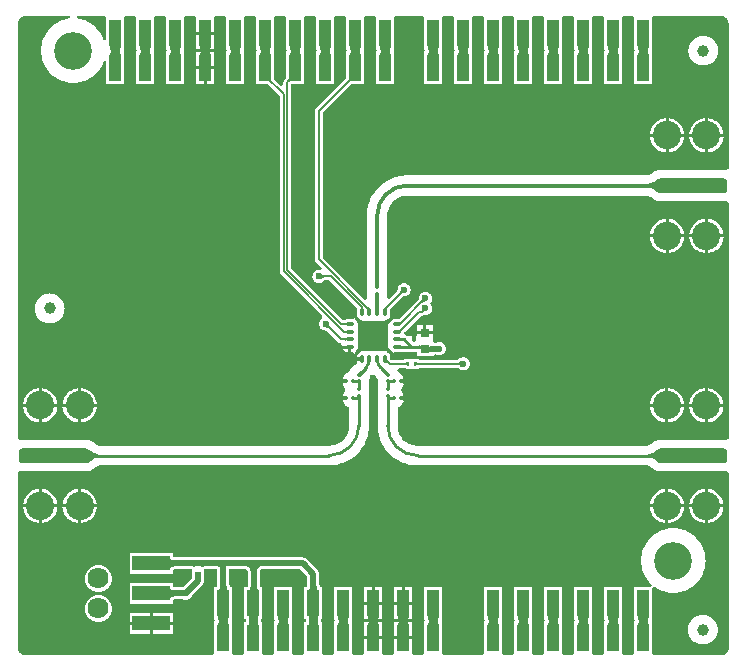
<source format=gtl>
G04*
G04 #@! TF.GenerationSoftware,Altium Limited,Altium Designer,22.10.1 (41)*
G04*
G04 Layer_Physical_Order=1*
G04 Layer_Color=255*
%FSLAX24Y24*%
%MOIN*%
G70*
G04*
G04 #@! TF.SameCoordinates,1EAF6387-FA3A-421D-BABF-0C9075E41397*
G04*
G04*
G04 #@! TF.FilePolarity,Positive*
G04*
G01*
G75*
%ADD11C,0.0060*%
%ADD13C,0.0100*%
%ADD18R,0.0217X0.0236*%
%ADD19R,0.1252X0.0500*%
G04:AMPARAMS|DCode=20|XSize=236.2mil|YSize=50mil|CornerRadius=12.5mil|HoleSize=0mil|Usage=FLASHONLY|Rotation=180.000|XOffset=0mil|YOffset=0mil|HoleType=Round|Shape=RoundedRectangle|*
%AMROUNDEDRECTD20*
21,1,0.2362,0.0250,0,0,180.0*
21,1,0.2112,0.0500,0,0,180.0*
1,1,0.0250,-0.1056,0.0125*
1,1,0.0250,0.1056,0.0125*
1,1,0.0250,0.1056,-0.0125*
1,1,0.0250,-0.1056,-0.0125*
%
%ADD20ROUNDEDRECTD20*%
%ADD21O,0.0118X0.0315*%
%ADD22O,0.0315X0.0118*%
%ADD23R,0.1043X0.1043*%
G04:AMPARAMS|DCode=24|XSize=11.8mil|YSize=10.6mil|CornerRadius=2.7mil|HoleSize=0mil|Usage=FLASHONLY|Rotation=0.000|XOffset=0mil|YOffset=0mil|HoleType=Round|Shape=RoundedRectangle|*
%AMROUNDEDRECTD24*
21,1,0.0118,0.0053,0,0,0.0*
21,1,0.0065,0.0106,0,0,0.0*
1,1,0.0053,0.0032,-0.0027*
1,1,0.0053,-0.0032,-0.0027*
1,1,0.0053,-0.0032,0.0027*
1,1,0.0053,0.0032,0.0027*
%
%ADD24ROUNDEDRECTD24*%
%ADD25R,0.0315X0.0295*%
%ADD26R,0.0402X0.0862*%
%ADD27C,0.0394*%
%ADD28R,0.0118X0.0106*%
G04:AMPARAMS|DCode=29|XSize=11.8mil|YSize=10.6mil|CornerRadius=2.7mil|HoleSize=0mil|Usage=FLASHONLY|Rotation=270.000|XOffset=0mil|YOffset=0mil|HoleType=Round|Shape=RoundedRectangle|*
%AMROUNDEDRECTD29*
21,1,0.0118,0.0053,0,0,270.0*
21,1,0.0065,0.0106,0,0,270.0*
1,1,0.0053,-0.0027,-0.0032*
1,1,0.0053,-0.0027,0.0032*
1,1,0.0053,0.0027,0.0032*
1,1,0.0053,0.0027,-0.0032*
%
%ADD29ROUNDEDRECTD29*%
%ADD30R,0.0106X0.0118*%
%ADD48C,0.0110*%
%ADD49C,0.0126*%
%ADD50C,0.0300*%
%ADD51C,0.0118*%
%ADD52C,0.0197*%
%ADD53C,0.0150*%
%ADD54R,0.0118X0.0502*%
%ADD55C,0.0701*%
%ADD56C,0.0945*%
%ADD57C,0.1260*%
%ADD58C,0.0236*%
G36*
X3099Y21408D02*
X3099Y21370D01*
Y20655D01*
X3019Y20642D01*
X3005Y20681D01*
X2981Y20741D01*
X2952Y20800D01*
X2920Y20856D01*
X2885Y20911D01*
X2846Y20963D01*
X2805Y21013D01*
X2760Y21060D01*
X2713Y21105D01*
X2663Y21147D01*
X2611Y21185D01*
X2556Y21220D01*
X2500Y21252D01*
X2441Y21281D01*
X2381Y21305D01*
X2320Y21327D01*
X2257Y21344D01*
X2194Y21358D01*
X2130Y21368D01*
X2108Y21370D01*
X2111Y21450D01*
X3036D01*
X3099Y21408D01*
D02*
G37*
G36*
X12550Y20447D02*
X12600D01*
X12590Y20444D01*
X12582Y20435D01*
X12574Y20420D01*
X12568Y20399D01*
X12562Y20372D01*
X12558Y20339D01*
X12556Y20315D01*
X12562Y20228D01*
X12568Y20201D01*
X12574Y20180D01*
X12582Y20165D01*
X12590Y20156D01*
X12600Y20153D01*
X12550D01*
X12550Y20147D01*
X12250D01*
X12250Y20153D01*
X12200D01*
X12210Y20156D01*
X12218Y20165D01*
X12226Y20180D01*
X12232Y20201D01*
X12238Y20228D01*
X12242Y20261D01*
X12244Y20285D01*
X12238Y20372D01*
X12232Y20399D01*
X12226Y20420D01*
X12218Y20435D01*
X12210Y20444D01*
X12200Y20447D01*
X12250D01*
X12250Y20453D01*
X12550D01*
X12550Y20447D01*
D02*
G37*
G36*
X11550D02*
X11600D01*
X11590Y20444D01*
X11582Y20435D01*
X11574Y20420D01*
X11568Y20399D01*
X11562Y20372D01*
X11558Y20339D01*
X11556Y20315D01*
X11562Y20228D01*
X11568Y20201D01*
X11574Y20180D01*
X11582Y20165D01*
X11590Y20156D01*
X11600Y20153D01*
X11550D01*
X11550Y20147D01*
X11250D01*
X11250Y20153D01*
X11200D01*
X11210Y20156D01*
X11218Y20165D01*
X11226Y20180D01*
X11232Y20201D01*
X11238Y20228D01*
X11242Y20261D01*
X11244Y20285D01*
X11238Y20372D01*
X11232Y20399D01*
X11226Y20420D01*
X11218Y20435D01*
X11210Y20444D01*
X11200Y20447D01*
X11250D01*
X11250Y20453D01*
X11550D01*
X11550Y20447D01*
D02*
G37*
G36*
X10550D02*
X10600D01*
X10590Y20444D01*
X10582Y20435D01*
X10574Y20420D01*
X10568Y20399D01*
X10562Y20372D01*
X10558Y20339D01*
X10556Y20315D01*
X10562Y20228D01*
X10568Y20201D01*
X10574Y20180D01*
X10582Y20165D01*
X10590Y20156D01*
X10600Y20153D01*
X10550D01*
X10550Y20147D01*
X10250D01*
X10250Y20153D01*
X10200D01*
X10210Y20156D01*
X10218Y20165D01*
X10226Y20180D01*
X10232Y20201D01*
X10238Y20228D01*
X10242Y20261D01*
X10244Y20285D01*
X10238Y20372D01*
X10232Y20399D01*
X10226Y20420D01*
X10218Y20435D01*
X10210Y20444D01*
X10200Y20447D01*
X10250D01*
X10250Y20453D01*
X10550D01*
X10550Y20447D01*
D02*
G37*
G36*
X9550D02*
X9600D01*
X9590Y20444D01*
X9582Y20435D01*
X9574Y20420D01*
X9568Y20399D01*
X9562Y20372D01*
X9558Y20339D01*
X9556Y20315D01*
X9562Y20228D01*
X9568Y20201D01*
X9574Y20180D01*
X9582Y20165D01*
X9590Y20156D01*
X9600Y20153D01*
X9550D01*
X9550Y20147D01*
X9250D01*
X9250Y20153D01*
X9200D01*
X9210Y20156D01*
X9218Y20165D01*
X9226Y20180D01*
X9232Y20201D01*
X9238Y20228D01*
X9242Y20261D01*
X9244Y20285D01*
X9238Y20372D01*
X9232Y20399D01*
X9226Y20420D01*
X9218Y20435D01*
X9210Y20444D01*
X9200Y20447D01*
X9250D01*
X9250Y20453D01*
X9550D01*
X9550Y20447D01*
D02*
G37*
G36*
X8550D02*
X8600D01*
X8590Y20444D01*
X8582Y20435D01*
X8574Y20420D01*
X8568Y20399D01*
X8562Y20372D01*
X8558Y20339D01*
X8556Y20315D01*
X8562Y20228D01*
X8568Y20201D01*
X8574Y20180D01*
X8582Y20165D01*
X8590Y20156D01*
X8600Y20153D01*
X8550D01*
X8550Y20147D01*
X8250D01*
X8250Y20153D01*
X8200D01*
X8210Y20156D01*
X8218Y20165D01*
X8226Y20180D01*
X8232Y20201D01*
X8238Y20228D01*
X8242Y20261D01*
X8244Y20285D01*
X8238Y20372D01*
X8232Y20399D01*
X8226Y20420D01*
X8218Y20435D01*
X8210Y20444D01*
X8200Y20447D01*
X8250D01*
X8250Y20453D01*
X8550D01*
X8550Y20447D01*
D02*
G37*
G36*
X7550D02*
X7600D01*
X7590Y20444D01*
X7582Y20435D01*
X7574Y20420D01*
X7568Y20399D01*
X7562Y20372D01*
X7558Y20339D01*
X7556Y20315D01*
X7562Y20228D01*
X7568Y20201D01*
X7574Y20180D01*
X7582Y20165D01*
X7590Y20156D01*
X7600Y20153D01*
X7550D01*
X7550Y20147D01*
X7250D01*
X7250Y20153D01*
X7200D01*
X7210Y20156D01*
X7218Y20165D01*
X7226Y20180D01*
X7232Y20201D01*
X7238Y20228D01*
X7242Y20261D01*
X7244Y20285D01*
X7238Y20372D01*
X7232Y20399D01*
X7226Y20420D01*
X7218Y20435D01*
X7210Y20444D01*
X7200Y20447D01*
X7250D01*
X7250Y20453D01*
X7550D01*
X7550Y20447D01*
D02*
G37*
G36*
X5550D02*
X5600D01*
X5590Y20444D01*
X5582Y20435D01*
X5574Y20420D01*
X5568Y20399D01*
X5562Y20372D01*
X5558Y20339D01*
X5556Y20315D01*
X5562Y20228D01*
X5568Y20201D01*
X5574Y20180D01*
X5582Y20165D01*
X5590Y20156D01*
X5600Y20153D01*
X5550D01*
X5550Y20147D01*
X5250D01*
X5250Y20153D01*
X5200D01*
X5210Y20156D01*
X5218Y20165D01*
X5226Y20180D01*
X5232Y20201D01*
X5238Y20228D01*
X5242Y20261D01*
X5244Y20285D01*
X5238Y20372D01*
X5232Y20399D01*
X5226Y20420D01*
X5218Y20435D01*
X5210Y20444D01*
X5200Y20447D01*
X5250D01*
X5250Y20453D01*
X5550D01*
X5550Y20447D01*
D02*
G37*
G36*
X4550D02*
X4600D01*
X4590Y20444D01*
X4582Y20435D01*
X4574Y20420D01*
X4568Y20399D01*
X4562Y20372D01*
X4558Y20339D01*
X4556Y20315D01*
X4562Y20228D01*
X4568Y20201D01*
X4574Y20180D01*
X4582Y20165D01*
X4590Y20156D01*
X4600Y20153D01*
X4550D01*
X4550Y20147D01*
X4250D01*
X4250Y20153D01*
X4200D01*
X4210Y20156D01*
X4218Y20165D01*
X4226Y20180D01*
X4232Y20201D01*
X4238Y20228D01*
X4242Y20261D01*
X4244Y20285D01*
X4238Y20372D01*
X4232Y20399D01*
X4226Y20420D01*
X4218Y20435D01*
X4210Y20444D01*
X4200Y20447D01*
X4250D01*
X4250Y20453D01*
X4550D01*
X4550Y20447D01*
D02*
G37*
G36*
X3550D02*
X3600D01*
X3590Y20444D01*
X3582Y20435D01*
X3574Y20420D01*
X3568Y20399D01*
X3562Y20372D01*
X3558Y20339D01*
X3556Y20315D01*
X3562Y20228D01*
X3568Y20201D01*
X3574Y20180D01*
X3582Y20165D01*
X3590Y20156D01*
X3600Y20153D01*
X3550D01*
X3550Y20147D01*
X3250D01*
X3250Y20153D01*
X3200D01*
X3210Y20156D01*
X3218Y20165D01*
X3226Y20180D01*
X3232Y20201D01*
X3238Y20228D01*
X3242Y20261D01*
X3244Y20285D01*
X3238Y20372D01*
X3232Y20399D01*
X3226Y20420D01*
X3218Y20435D01*
X3210Y20444D01*
X3200Y20447D01*
X3250D01*
X3250Y20453D01*
X3550D01*
X3550Y20447D01*
D02*
G37*
G36*
X21150Y20447D02*
X21200D01*
X21190Y20444D01*
X21182Y20435D01*
X21174Y20420D01*
X21168Y20399D01*
X21162Y20372D01*
X21158Y20339D01*
X21156Y20315D01*
X21162Y20228D01*
X21168Y20201D01*
X21174Y20180D01*
X21182Y20165D01*
X21190Y20156D01*
X21200Y20153D01*
X21150D01*
X21150Y20147D01*
X20850D01*
X20850Y20153D01*
X20800D01*
X20810Y20156D01*
X20818Y20165D01*
X20826Y20180D01*
X20832Y20201D01*
X20838Y20228D01*
X20842Y20261D01*
X20844Y20285D01*
X20838Y20372D01*
X20832Y20399D01*
X20826Y20420D01*
X20818Y20435D01*
X20810Y20444D01*
X20800Y20447D01*
X20850D01*
X20850Y20453D01*
X21150D01*
X21150Y20447D01*
D02*
G37*
G36*
X20150D02*
X20200D01*
X20190Y20444D01*
X20182Y20435D01*
X20174Y20420D01*
X20168Y20399D01*
X20162Y20372D01*
X20158Y20339D01*
X20156Y20315D01*
X20162Y20228D01*
X20168Y20201D01*
X20174Y20180D01*
X20182Y20165D01*
X20190Y20156D01*
X20200Y20153D01*
X20150D01*
X20150Y20147D01*
X19850D01*
X19850Y20153D01*
X19800D01*
X19810Y20156D01*
X19818Y20165D01*
X19826Y20180D01*
X19832Y20201D01*
X19838Y20228D01*
X19842Y20261D01*
X19844Y20285D01*
X19838Y20372D01*
X19832Y20399D01*
X19826Y20420D01*
X19818Y20435D01*
X19810Y20444D01*
X19800Y20447D01*
X19850D01*
X19850Y20453D01*
X20150D01*
X20150Y20447D01*
D02*
G37*
G36*
X19150D02*
X19200D01*
X19190Y20444D01*
X19182Y20435D01*
X19174Y20420D01*
X19168Y20399D01*
X19162Y20372D01*
X19158Y20339D01*
X19156Y20315D01*
X19162Y20228D01*
X19168Y20201D01*
X19174Y20180D01*
X19182Y20165D01*
X19190Y20156D01*
X19200Y20153D01*
X19150D01*
X19150Y20147D01*
X18850D01*
X18850Y20153D01*
X18800D01*
X18810Y20156D01*
X18818Y20165D01*
X18826Y20180D01*
X18832Y20201D01*
X18838Y20228D01*
X18842Y20261D01*
X18844Y20285D01*
X18838Y20372D01*
X18832Y20399D01*
X18826Y20420D01*
X18818Y20435D01*
X18810Y20444D01*
X18800Y20447D01*
X18850D01*
X18850Y20453D01*
X19150D01*
X19150Y20447D01*
D02*
G37*
G36*
X18150D02*
X18200D01*
X18190Y20444D01*
X18182Y20435D01*
X18174Y20420D01*
X18168Y20399D01*
X18162Y20372D01*
X18158Y20339D01*
X18156Y20315D01*
X18162Y20228D01*
X18168Y20201D01*
X18174Y20180D01*
X18182Y20165D01*
X18190Y20156D01*
X18200Y20153D01*
X18150D01*
X18150Y20147D01*
X17850D01*
X17850Y20153D01*
X17800D01*
X17810Y20156D01*
X17818Y20165D01*
X17826Y20180D01*
X17832Y20201D01*
X17838Y20228D01*
X17842Y20261D01*
X17844Y20285D01*
X17838Y20372D01*
X17832Y20399D01*
X17826Y20420D01*
X17818Y20435D01*
X17810Y20444D01*
X17800Y20447D01*
X17850D01*
X17850Y20453D01*
X18150D01*
X18150Y20447D01*
D02*
G37*
G36*
X17150D02*
X17200D01*
X17190Y20444D01*
X17182Y20435D01*
X17174Y20420D01*
X17168Y20399D01*
X17162Y20372D01*
X17158Y20339D01*
X17156Y20315D01*
X17162Y20228D01*
X17168Y20201D01*
X17174Y20180D01*
X17182Y20165D01*
X17190Y20156D01*
X17200Y20153D01*
X17150D01*
X17150Y20147D01*
X16850D01*
X16850Y20153D01*
X16800D01*
X16810Y20156D01*
X16818Y20165D01*
X16826Y20180D01*
X16832Y20201D01*
X16838Y20228D01*
X16842Y20261D01*
X16844Y20285D01*
X16838Y20372D01*
X16832Y20399D01*
X16826Y20420D01*
X16818Y20435D01*
X16810Y20444D01*
X16800Y20447D01*
X16850D01*
X16850Y20453D01*
X17150D01*
X17150Y20447D01*
D02*
G37*
G36*
X16150D02*
X16200D01*
X16190Y20444D01*
X16182Y20435D01*
X16174Y20420D01*
X16168Y20399D01*
X16162Y20372D01*
X16158Y20339D01*
X16156Y20315D01*
X16162Y20228D01*
X16168Y20201D01*
X16174Y20180D01*
X16182Y20165D01*
X16190Y20156D01*
X16200Y20153D01*
X16150D01*
X16150Y20147D01*
X15850D01*
X15850Y20153D01*
X15800D01*
X15810Y20156D01*
X15818Y20165D01*
X15826Y20180D01*
X15832Y20201D01*
X15838Y20228D01*
X15842Y20261D01*
X15844Y20285D01*
X15838Y20372D01*
X15832Y20399D01*
X15826Y20420D01*
X15818Y20435D01*
X15810Y20444D01*
X15800Y20447D01*
X15850D01*
X15850Y20453D01*
X16150D01*
X16150Y20447D01*
D02*
G37*
G36*
X15150D02*
X15200D01*
X15190Y20444D01*
X15182Y20435D01*
X15174Y20420D01*
X15168Y20399D01*
X15162Y20372D01*
X15158Y20339D01*
X15156Y20315D01*
X15162Y20228D01*
X15168Y20201D01*
X15174Y20180D01*
X15182Y20165D01*
X15190Y20156D01*
X15200Y20153D01*
X15150D01*
X15150Y20147D01*
X14850D01*
X14850Y20153D01*
X14800D01*
X14810Y20156D01*
X14818Y20165D01*
X14826Y20180D01*
X14832Y20201D01*
X14838Y20228D01*
X14842Y20261D01*
X14844Y20285D01*
X14838Y20372D01*
X14832Y20399D01*
X14826Y20420D01*
X14818Y20435D01*
X14810Y20444D01*
X14800Y20447D01*
X14850D01*
X14850Y20453D01*
X15150D01*
X15150Y20447D01*
D02*
G37*
G36*
X14150D02*
X14200D01*
X14190Y20444D01*
X14182Y20435D01*
X14174Y20420D01*
X14168Y20399D01*
X14162Y20372D01*
X14158Y20339D01*
X14156Y20315D01*
X14162Y20228D01*
X14168Y20201D01*
X14174Y20180D01*
X14182Y20165D01*
X14190Y20156D01*
X14200Y20153D01*
X14150D01*
X14150Y20147D01*
X13850D01*
X13850Y20153D01*
X13800D01*
X13810Y20156D01*
X13818Y20165D01*
X13826Y20180D01*
X13832Y20201D01*
X13838Y20228D01*
X13842Y20261D01*
X13844Y20285D01*
X13838Y20372D01*
X13832Y20399D01*
X13826Y20420D01*
X13818Y20435D01*
X13810Y20444D01*
X13800Y20447D01*
X13850D01*
X13850Y20453D01*
X14150D01*
X14150Y20447D01*
D02*
G37*
G36*
X11503Y19610D02*
X11434Y19505D01*
X11431Y19498D01*
X11430Y19493D01*
X11370D01*
X11369Y19498D01*
X11366Y19505D01*
X11362Y19514D01*
X11356Y19525D01*
X11338Y19553D01*
X11280Y19633D01*
X11520D01*
X11503Y19610D01*
D02*
G37*
G36*
X11285Y19295D02*
X11281Y19298D01*
X11275Y19299D01*
X11269Y19299D01*
X11262Y19297D01*
X11254Y19294D01*
X11245Y19289D01*
X11235Y19282D01*
X11224Y19273D01*
X11200Y19251D01*
X11158Y19293D01*
X11170Y19306D01*
X11189Y19328D01*
X11196Y19338D01*
X11201Y19347D01*
X11205Y19355D01*
X11206Y19362D01*
X11206Y19368D01*
X11205Y19374D01*
X11202Y19378D01*
X11285Y19295D01*
D02*
G37*
G36*
X9278Y19295D02*
X9274Y19298D01*
X9269Y19300D01*
X9263Y19300D01*
X9256Y19298D01*
X9248Y19295D01*
X9239Y19290D01*
X9229Y19283D01*
X9218Y19274D01*
X9193Y19251D01*
X9158Y19300D01*
X9170Y19313D01*
X9188Y19334D01*
X9195Y19344D01*
X9200Y19353D01*
X9204Y19361D01*
X9206Y19368D01*
X9206Y19375D01*
X9205Y19380D01*
X9202Y19385D01*
X9278Y19295D01*
D02*
G37*
G36*
X8593Y19335D02*
X8590Y19331D01*
X8589Y19325D01*
X8591Y19319D01*
X8594Y19311D01*
X8599Y19302D01*
X8607Y19291D01*
X8616Y19280D01*
X8642Y19253D01*
X8559Y19251D01*
X8548Y19261D01*
X8528Y19278D01*
X8519Y19284D01*
X8510Y19289D01*
X8502Y19293D01*
X8494Y19295D01*
X8487Y19296D01*
X8480Y19296D01*
X8474Y19295D01*
X8598Y19337D01*
X8593Y19335D01*
D02*
G37*
G36*
X23628Y21448D02*
X23656Y21444D01*
X23683Y21436D01*
X23708Y21425D01*
X23733Y21412D01*
X23756Y21395D01*
X23777Y21377D01*
X23795Y21356D01*
X23812Y21333D01*
X23825Y21308D01*
X23836Y21283D01*
X23838Y21275D01*
X23850Y21200D01*
X23850Y21200D01*
X23850Y21120D01*
Y16378D01*
X23840Y16363D01*
X23770Y16318D01*
X23768Y16318D01*
X23729Y16324D01*
X23690Y16326D01*
X21578D01*
X21538Y16324D01*
X21499Y16318D01*
X21461Y16309D01*
X21424Y16296D01*
X21389Y16279D01*
X21380Y16274D01*
X21377Y16272D01*
X21373Y16269D01*
X21368Y16267D01*
X21366Y16265D01*
X21355Y16258D01*
X21323Y16235D01*
X21320Y16232D01*
X21314Y16228D01*
X21245Y16183D01*
X21221Y16169D01*
X21197Y16157D01*
X21177Y16149D01*
X21160Y16144D01*
X21149Y16141D01*
X21141Y16140D01*
X21130Y16139D01*
X13128D01*
Y16139D01*
X13058Y16137D01*
X13049Y16137D01*
X12988Y16132D01*
X12918Y16123D01*
X12850Y16110D01*
X12781Y16093D01*
X12714Y16074D01*
X12648Y16050D01*
X12583Y16023D01*
X12520Y15993D01*
X12458Y15960D01*
X12399Y15923D01*
X12341Y15883D01*
X12285Y15841D01*
X12232Y15795D01*
X12181Y15747D01*
X12133Y15696D01*
X12087Y15643D01*
X12045Y15587D01*
X12005Y15529D01*
X11968Y15470D01*
X11935Y15408D01*
X11905Y15345D01*
X11878Y15280D01*
X11854Y15214D01*
X11835Y15147D01*
X11818Y15078D01*
X11805Y15009D01*
X11796Y14940D01*
X11791Y14879D01*
X11791Y14870D01*
X11789Y14800D01*
X11789D01*
Y12412D01*
X11791Y12379D01*
X11793Y12361D01*
Y12239D01*
X11791Y12221D01*
X11789Y12188D01*
Y12030D01*
X11715Y11999D01*
X10316Y13398D01*
Y18225D01*
X11269Y19177D01*
X11269Y19177D01*
X11285Y19192D01*
X11701D01*
Y20254D01*
X11701D01*
X11676Y20297D01*
X11701Y20346D01*
X11701D01*
Y21408D01*
X11764Y21450D01*
X12036D01*
X12099Y21408D01*
X12099Y21370D01*
Y20346D01*
X12099D01*
X12124Y20303D01*
X12099Y20254D01*
X12099D01*
Y19192D01*
X12701D01*
Y20254D01*
X12701D01*
X12676Y20297D01*
X12701Y20346D01*
X12701D01*
Y21370D01*
X12701Y21408D01*
X12764Y21450D01*
X13636D01*
X13699Y21408D01*
X13699Y21370D01*
Y20346D01*
X13699D01*
X13724Y20303D01*
X13699Y20254D01*
X13699D01*
Y19192D01*
X14301D01*
Y20254D01*
X14301D01*
X14276Y20297D01*
X14301Y20346D01*
X14301D01*
Y21370D01*
X14301Y21408D01*
X14364Y21450D01*
X14636D01*
X14699Y21408D01*
X14699Y21370D01*
Y20346D01*
X14699D01*
X14724Y20303D01*
X14699Y20254D01*
X14699D01*
Y19192D01*
X15301D01*
Y20254D01*
X15301D01*
X15276Y20297D01*
X15301Y20346D01*
X15301D01*
Y21370D01*
X15301Y21408D01*
X15364Y21450D01*
X15636D01*
X15699Y21408D01*
X15699Y21370D01*
Y20346D01*
X15699D01*
X15724Y20303D01*
X15699Y20254D01*
X15699D01*
Y19192D01*
X16301D01*
Y20254D01*
X16301D01*
X16276Y20297D01*
X16301Y20346D01*
X16301D01*
Y21370D01*
X16301Y21408D01*
X16364Y21450D01*
X16636D01*
X16699Y21408D01*
X16699Y21370D01*
Y20346D01*
X16699D01*
X16724Y20303D01*
X16699Y20254D01*
X16699D01*
Y19192D01*
X17301D01*
Y20254D01*
X17301D01*
X17276Y20297D01*
X17301Y20346D01*
X17301D01*
Y21370D01*
X17301Y21408D01*
X17364Y21450D01*
X17636D01*
X17699Y21408D01*
X17699Y21370D01*
Y20346D01*
X17699D01*
X17724Y20303D01*
X17699Y20254D01*
X17699D01*
Y19192D01*
X18301D01*
Y20254D01*
X18301D01*
X18276Y20297D01*
X18301Y20346D01*
X18301D01*
Y21370D01*
X18301Y21408D01*
X18364Y21450D01*
X18636D01*
X18699Y21408D01*
X18699Y21370D01*
Y20346D01*
X18699D01*
X18724Y20303D01*
X18699Y20254D01*
X18699D01*
Y19192D01*
X19301D01*
Y20254D01*
X19301D01*
X19276Y20297D01*
X19301Y20346D01*
X19301D01*
Y21370D01*
X19301Y21408D01*
X19364Y21450D01*
X19636D01*
X19699Y21408D01*
X19699Y21370D01*
Y20346D01*
X19699D01*
X19724Y20303D01*
X19699Y20254D01*
X19699D01*
Y19192D01*
X20301D01*
Y20254D01*
X20301D01*
X20276Y20297D01*
X20301Y20346D01*
X20301D01*
Y21370D01*
X20301Y21408D01*
X20364Y21450D01*
X20636D01*
X20699Y21408D01*
X20699Y21370D01*
Y20346D01*
X20699D01*
X20724Y20303D01*
X20699Y20254D01*
X20699D01*
Y19192D01*
X21301D01*
Y20254D01*
X21301D01*
X21276Y20297D01*
X21301Y20346D01*
X21301D01*
Y21370D01*
X21301Y21408D01*
X21364Y21450D01*
X23600D01*
X23603Y21450D01*
X23628Y21448D01*
D02*
G37*
G36*
X11099Y21408D02*
Y20346D01*
X11099D01*
X11124Y20303D01*
X11099Y20254D01*
X11099D01*
Y19378D01*
X11096Y19373D01*
X11086Y19363D01*
X11085Y19363D01*
X10093Y18371D01*
X10080Y18355D01*
X10069Y18338D01*
X10062Y18319D01*
X10057Y18299D01*
X10055Y18279D01*
Y13344D01*
X10057Y13324D01*
X10062Y13304D01*
X10069Y13285D01*
X10080Y13267D01*
X10093Y13252D01*
X10283Y13062D01*
X10281Y13051D01*
X10242Y12980D01*
X10214Y12985D01*
X10186Y12987D01*
X10157Y12985D01*
X10129Y12980D01*
X10102Y12970D01*
X10076Y12958D01*
X10053Y12942D01*
X10031Y12923D01*
X10012Y12902D01*
X9996Y12878D01*
X9984Y12852D01*
X9975Y12825D01*
X9969Y12797D01*
X9967Y12769D01*
X9969Y12740D01*
X9975Y12712D01*
X9984Y12685D01*
X9996Y12659D01*
X10012Y12635D01*
X10031Y12614D01*
X10053Y12595D01*
X10076Y12579D01*
X10102Y12567D01*
X10129Y12557D01*
X10157Y12552D01*
X10186Y12550D01*
X10214Y12552D01*
X10242Y12557D01*
X10269Y12567D01*
X10295Y12579D01*
X10319Y12595D01*
X10340Y12614D01*
X10340Y12614D01*
X10348Y12622D01*
X10354Y12627D01*
X10360Y12631D01*
X10364Y12634D01*
X10368Y12636D01*
X10370Y12637D01*
X10371Y12638D01*
X10372Y12638D01*
X10375Y12638D01*
X10537D01*
X11462Y11714D01*
X11459Y11701D01*
X11457Y11676D01*
Y11479D01*
X11400Y11429D01*
X11384Y11422D01*
X11378D01*
Y11416D01*
X11371Y11400D01*
X11321Y11343D01*
X11124D01*
X11099Y11341D01*
X11075Y11336D01*
X11069Y11333D01*
X11066Y11332D01*
X11065Y11332D01*
X11063Y11331D01*
X11059Y11329D01*
X11052Y11326D01*
X11040Y11319D01*
X11039Y11319D01*
X11037Y11318D01*
X11034Y11317D01*
X11031Y11316D01*
X11029Y11316D01*
X11018Y11314D01*
X11012Y11314D01*
X11012Y11314D01*
X10990D01*
X9265Y13039D01*
Y19181D01*
X9278Y19192D01*
X9701D01*
Y20254D01*
X9701D01*
X9676Y20297D01*
X9701Y20346D01*
X9701D01*
Y21408D01*
X9764Y21450D01*
X10036D01*
X10099Y21408D01*
X10099Y21370D01*
Y20346D01*
X10099D01*
X10124Y20303D01*
X10099Y20254D01*
X10099D01*
Y19192D01*
X10701D01*
Y20254D01*
X10701D01*
X10676Y20297D01*
X10701Y20346D01*
X10701D01*
Y21370D01*
X10701Y21408D01*
X10764Y21450D01*
X11036D01*
X11099Y21408D01*
D02*
G37*
G36*
X9099D02*
Y20346D01*
X9099D01*
X9124Y20303D01*
X9099Y20254D01*
X9099D01*
Y19385D01*
X9095Y19380D01*
X9086Y19370D01*
X9085Y19370D01*
X9085Y19370D01*
X9085Y19369D01*
X9085Y19369D01*
X9043Y19327D01*
X9029Y19312D01*
X9019Y19294D01*
X9011Y19275D01*
X9006Y19255D01*
X9004Y19235D01*
Y19137D01*
X8931Y19106D01*
X8715Y19321D01*
X8715Y19321D01*
X8701Y19337D01*
Y20254D01*
X8701D01*
X8676Y20297D01*
X8701Y20346D01*
X8701D01*
Y21408D01*
X8764Y21450D01*
X9036D01*
X9099Y21408D01*
D02*
G37*
G36*
X21515Y15567D02*
X21472Y15599D01*
X21388Y15654D01*
X21348Y15676D01*
X21310Y15694D01*
X21273Y15710D01*
X21237Y15722D01*
X21203Y15730D01*
X21170Y15735D01*
X21138Y15737D01*
Y15863D01*
X21170Y15865D01*
X21203Y15870D01*
X21237Y15878D01*
X21273Y15890D01*
X21310Y15906D01*
X21348Y15924D01*
X21388Y15946D01*
X21472Y16001D01*
X21515Y16033D01*
Y15567D01*
D02*
G37*
G36*
X10280Y12841D02*
X10291Y12832D01*
X10301Y12824D01*
X10311Y12817D01*
X10321Y12812D01*
X10331Y12807D01*
X10341Y12803D01*
X10351Y12801D01*
X10361Y12799D01*
X10371Y12799D01*
Y12739D01*
X10361Y12738D01*
X10351Y12736D01*
X10341Y12734D01*
X10331Y12730D01*
X10321Y12725D01*
X10311Y12720D01*
X10301Y12713D01*
X10291Y12705D01*
X10280Y12696D01*
X10270Y12686D01*
Y12851D01*
X10280Y12841D01*
D02*
G37*
G36*
X13025Y12208D02*
X13011Y12208D01*
X12998Y12207D01*
X12985Y12206D01*
X12973Y12203D01*
X12961Y12200D01*
X12951Y12197D01*
X12941Y12192D01*
X12932Y12187D01*
X12924Y12181D01*
X12917Y12175D01*
X12875Y12217D01*
X12881Y12224D01*
X12887Y12232D01*
X12892Y12241D01*
X12897Y12251D01*
X12900Y12261D01*
X12903Y12273D01*
X12906Y12285D01*
X12907Y12297D01*
X12908Y12311D01*
X12909Y12325D01*
X13025Y12208D01*
D02*
G37*
G36*
X13733Y11922D02*
X13719Y11923D01*
X13706Y11922D01*
X13693Y11921D01*
X13681Y11919D01*
X13670Y11917D01*
X13660Y11913D01*
X13650Y11909D01*
X13641Y11904D01*
X13633Y11898D01*
X13626Y11891D01*
X13585Y11936D01*
X13592Y11943D01*
X13598Y11951D01*
X13603Y11960D01*
X13608Y11969D01*
X13612Y11980D01*
X13615Y11991D01*
X13618Y12003D01*
X13620Y12016D01*
X13621Y12030D01*
X13622Y12045D01*
X13733Y11922D01*
D02*
G37*
G36*
X12481Y11739D02*
X12470Y11727D01*
X12452Y11706D01*
X12445Y11696D01*
X12441Y11688D01*
X12438Y11680D01*
X12436Y11673D01*
X12436Y11667D01*
X12438Y11662D01*
X12442Y11658D01*
X12361Y11730D01*
X12368Y11732D01*
X12375Y11734D01*
X12382Y11737D01*
X12389Y11741D01*
X12396Y11745D01*
X12403Y11750D01*
X12418Y11762D01*
X12426Y11769D01*
X12434Y11776D01*
X12481Y11739D01*
D02*
G37*
G36*
X11810Y11762D02*
X11826Y11750D01*
X11833Y11745D01*
X11840Y11741D01*
X11847Y11738D01*
X11854Y11736D01*
X11860Y11735D01*
X11866Y11734D01*
X11872Y11735D01*
X11814Y11632D01*
X11816Y11637D01*
X11817Y11644D01*
X11817Y11651D01*
X11814Y11658D01*
X11811Y11666D01*
X11806Y11675D01*
X11799Y11684D01*
X11791Y11695D01*
X11771Y11717D01*
X11802Y11770D01*
X11810Y11762D01*
D02*
G37*
G36*
X13694Y11597D02*
X13691Y11598D01*
X13688Y11598D01*
X13684Y11598D01*
X13681Y11596D01*
X13676Y11595D01*
X13672Y11592D01*
X13667Y11589D01*
X13662Y11585D01*
X13651Y11574D01*
X13609Y11617D01*
X13614Y11622D01*
X13623Y11633D01*
X13626Y11637D01*
X13629Y11642D01*
X13631Y11646D01*
X13632Y11650D01*
X13633Y11653D01*
X13633Y11657D01*
X13632Y11660D01*
X13694Y11597D01*
D02*
G37*
G36*
X13128Y15461D02*
X21130D01*
X21141Y15460D01*
X21149Y15459D01*
X21160Y15456D01*
X21177Y15451D01*
X21197Y15443D01*
X21221Y15431D01*
X21245Y15417D01*
X21314Y15372D01*
X21320Y15368D01*
X21323Y15365D01*
X21355Y15342D01*
X21366Y15335D01*
X21368Y15333D01*
X21373Y15331D01*
X21377Y15328D01*
X21380Y15326D01*
X21389Y15321D01*
X21424Y15304D01*
X21461Y15291D01*
X21499Y15282D01*
X21538Y15276D01*
X21578Y15274D01*
X23690D01*
X23729Y15276D01*
X23768Y15282D01*
X23770Y15282D01*
X23840Y15237D01*
X23850Y15222D01*
Y7376D01*
X23833Y7354D01*
X23770Y7316D01*
X23761Y7318D01*
X23722Y7324D01*
X23683Y7326D01*
X21571D01*
X21531Y7324D01*
X21492Y7318D01*
X21454Y7309D01*
X21417Y7296D01*
X21382Y7279D01*
X21374Y7274D01*
X21371Y7273D01*
X21366Y7270D01*
X21361Y7267D01*
X21359Y7265D01*
X21348Y7258D01*
X21316Y7235D01*
X21314Y7233D01*
X21262Y7195D01*
X21234Y7176D01*
X21176Y7142D01*
X21161Y7135D01*
X21152Y7131D01*
X13478D01*
X13474Y7131D01*
X13430Y7132D01*
X13383Y7137D01*
X13336Y7146D01*
X13289Y7158D01*
X13244Y7173D01*
X13200Y7191D01*
X13157Y7212D01*
X13116Y7237D01*
X13077Y7264D01*
X13040Y7294D01*
X13005Y7327D01*
X12972Y7362D01*
X12942Y7399D01*
X12915Y7438D01*
X12890Y7479D01*
X12869Y7522D01*
X12851Y7566D01*
X12836Y7611D01*
X12824Y7658D01*
X12815Y7705D01*
X12810Y7752D01*
X12809Y7796D01*
X12809Y7800D01*
Y8414D01*
X12813Y8415D01*
X12844Y8428D01*
X12874Y8444D01*
X12902Y8464D01*
X12927Y8486D01*
X12950Y8512D01*
X12969Y8539D01*
X12986Y8569D01*
X12999Y8600D01*
X13008Y8633D01*
X13014Y8666D01*
X13016Y8699D01*
X13016Y8700D01*
X13017Y8733D01*
X13016Y8765D01*
X13016Y8766D01*
X13014Y8799D01*
X13008Y8833D01*
X12999Y8865D01*
X12986Y8897D01*
X12969Y8926D01*
X12950Y8954D01*
X12927Y8979D01*
Y9028D01*
X12950Y9053D01*
X12969Y9081D01*
X12986Y9111D01*
X12999Y9142D01*
X13008Y9175D01*
X13014Y9208D01*
X13014Y9212D01*
X13018Y9242D01*
X13020Y9274D01*
X13018Y9307D01*
X13014Y9336D01*
X13014Y9341D01*
X13008Y9374D01*
X12999Y9407D01*
X12986Y9438D01*
X12969Y9468D01*
X12950Y9495D01*
X12927Y9521D01*
X12902Y9543D01*
X12874Y9563D01*
X12844Y9579D01*
X12813Y9592D01*
X12797Y9660D01*
X12846Y9725D01*
X13008D01*
Y9696D01*
X13539D01*
Y9730D01*
X14817D01*
X14821Y9729D01*
X14821Y9729D01*
X14823Y9729D01*
X14826Y9727D01*
X14830Y9725D01*
X14834Y9723D01*
X14849Y9711D01*
X14857Y9704D01*
X14861Y9701D01*
X14872Y9692D01*
X14896Y9676D01*
X14921Y9663D01*
X14948Y9654D01*
X14976Y9648D01*
X15005Y9646D01*
X15033Y9648D01*
X15062Y9654D01*
X15089Y9663D01*
X15114Y9676D01*
X15138Y9692D01*
X15160Y9710D01*
X15178Y9732D01*
X15194Y9756D01*
X15207Y9781D01*
X15216Y9808D01*
X15222Y9836D01*
X15224Y9865D01*
X15222Y9893D01*
X15216Y9922D01*
X15207Y9949D01*
X15194Y9974D01*
X15178Y9998D01*
X15160Y10020D01*
X15138Y10038D01*
X15114Y10054D01*
X15089Y10067D01*
X15062Y10076D01*
X15033Y10082D01*
X15005Y10084D01*
X14976Y10082D01*
X14948Y10076D01*
X14921Y10067D01*
X14896Y10054D01*
X14872Y10038D01*
X14850Y10020D01*
X14847Y10015D01*
X14844Y10013D01*
X14837Y10005D01*
X14831Y10000D01*
X14827Y9996D01*
X14823Y9994D01*
X14820Y9992D01*
X14818Y9991D01*
X14817Y9991D01*
X14814Y9990D01*
X13539D01*
Y10014D01*
X13008D01*
Y9986D01*
X12605D01*
X12558Y10033D01*
X12558Y10033D01*
X12551Y10040D01*
X12547Y10045D01*
X12544Y10049D01*
X12543Y10049D01*
Y10121D01*
X12600Y10171D01*
X12616Y10178D01*
X12622D01*
Y10184D01*
X12629Y10200D01*
X12679Y10257D01*
X12876D01*
X12901Y10259D01*
X12914Y10262D01*
X13008Y10266D01*
X13191D01*
Y10265D01*
X13466D01*
Y10112D01*
X13981D01*
Y10133D01*
X14058Y10190D01*
X14059Y10190D01*
X14069Y10190D01*
X14088Y10177D01*
X14114Y10164D01*
X14141Y10155D01*
X14169Y10149D01*
X14197Y10148D01*
X14226Y10149D01*
X14254Y10155D01*
X14281Y10164D01*
X14307Y10177D01*
X14331Y10193D01*
X14352Y10212D01*
X14371Y10233D01*
X14387Y10257D01*
X14399Y10282D01*
X14409Y10310D01*
X14414Y10338D01*
X14416Y10366D01*
X14414Y10395D01*
X14409Y10423D01*
X14399Y10450D01*
X14387Y10475D01*
X14371Y10499D01*
X14352Y10521D01*
X14331Y10540D01*
X14307Y10555D01*
X14281Y10568D01*
X14254Y10577D01*
X14226Y10583D01*
X14197Y10585D01*
X14169Y10583D01*
X14141Y10577D01*
X14114Y10568D01*
X14088Y10555D01*
X14070Y10543D01*
X14060Y10543D01*
X14038Y10553D01*
X13981Y10607D01*
Y10644D01*
X13981D01*
Y10841D01*
X13466D01*
Y10796D01*
X13420D01*
X13418Y10790D01*
X13415Y10782D01*
X13413Y10773D01*
X13411Y10762D01*
X13410Y10751D01*
X13409Y10727D01*
X13400D01*
Y10643D01*
X13300D01*
Y10727D01*
X13291D01*
X13291Y10740D01*
X13289Y10762D01*
X13287Y10773D01*
X13285Y10782D01*
X13282Y10790D01*
X13280Y10796D01*
X13191D01*
X13191Y10796D01*
X13115Y10794D01*
X13095Y10806D01*
X13084Y10811D01*
X13070Y10820D01*
X13038Y10879D01*
X13033Y10902D01*
X13034Y10903D01*
X13035Y10915D01*
X13035Y10916D01*
X13035Y10918D01*
X13035Y10920D01*
X13035Y10920D01*
X13037Y10923D01*
X13042Y10928D01*
X13043Y10929D01*
X13579Y11465D01*
X13630D01*
X13651Y11467D01*
X13670Y11472D01*
X13689Y11479D01*
X13707Y11490D01*
X13707Y11490D01*
X13712Y11489D01*
X13740Y11487D01*
X13769Y11489D01*
X13797Y11495D01*
X13824Y11504D01*
X13850Y11517D01*
X13873Y11532D01*
X13895Y11551D01*
X13914Y11573D01*
X13930Y11597D01*
X13942Y11622D01*
X13952Y11649D01*
X13957Y11677D01*
X13959Y11706D01*
X13957Y11734D01*
X13952Y11762D01*
X13942Y11790D01*
X13930Y11815D01*
X13914Y11839D01*
X13900Y11873D01*
X13914Y11907D01*
X13930Y11931D01*
X13942Y11956D01*
X13952Y11983D01*
X13957Y12011D01*
X13959Y12040D01*
X13957Y12069D01*
X13952Y12097D01*
X13942Y12124D01*
X13930Y12149D01*
X13914Y12173D01*
X13895Y12195D01*
X13873Y12213D01*
X13850Y12229D01*
X13824Y12242D01*
X13797Y12251D01*
X13769Y12257D01*
X13740Y12259D01*
X13712Y12257D01*
X13684Y12251D01*
X13657Y12242D01*
X13631Y12229D01*
X13607Y12213D01*
X13586Y12195D01*
X13567Y12173D01*
X13551Y12149D01*
X13538Y12124D01*
X13529Y12097D01*
X13524Y12069D01*
X13523Y12056D01*
X13522Y12051D01*
X13521Y12039D01*
X13520Y12030D01*
X13519Y12023D01*
X13518Y12017D01*
X13516Y12012D01*
X13515Y12009D01*
X13514Y12007D01*
X13514Y12006D01*
X13514Y12006D01*
X13511Y12004D01*
X12864Y11356D01*
X12864Y11356D01*
X12850Y11343D01*
X12679D01*
X12654Y11372D01*
X12654Y11371D01*
X12645Y11367D01*
X12636Y11361D01*
X12627Y11355D01*
X12618Y11347D01*
X12610Y11339D01*
X12539Y11410D01*
X12547Y11418D01*
X12555Y11427D01*
X12561Y11436D01*
X12567Y11445D01*
X12571Y11454D01*
X12572Y11454D01*
X12543Y11479D01*
Y11658D01*
X12544Y11660D01*
X12554Y11669D01*
X12554Y11669D01*
X12985Y12101D01*
X12987Y12103D01*
X12988Y12103D01*
X12989Y12104D01*
X12992Y12104D01*
X12995Y12105D01*
X13001Y12106D01*
X13007Y12107D01*
X13015Y12108D01*
X13027Y12108D01*
X13027Y12108D01*
X13055Y12110D01*
X13083Y12115D01*
X13110Y12125D01*
X13136Y12137D01*
X13160Y12153D01*
X13181Y12172D01*
X13200Y12194D01*
X13216Y12217D01*
X13229Y12243D01*
X13238Y12270D01*
X13243Y12298D01*
X13245Y12327D01*
X13243Y12355D01*
X13238Y12383D01*
X13229Y12410D01*
X13216Y12436D01*
X13200Y12460D01*
X13181Y12481D01*
X13160Y12500D01*
X13136Y12516D01*
X13110Y12529D01*
X13083Y12538D01*
X13055Y12543D01*
X13027Y12545D01*
X12998Y12543D01*
X12970Y12538D01*
X12943Y12529D01*
X12917Y12516D01*
X12894Y12500D01*
X12872Y12481D01*
X12853Y12460D01*
X12837Y12436D01*
X12825Y12410D01*
X12816Y12383D01*
X12810Y12355D01*
X12808Y12327D01*
X12808Y12327D01*
X12808Y12315D01*
X12807Y12307D01*
X12807Y12301D01*
X12806Y12295D01*
X12804Y12292D01*
X12804Y12289D01*
X12803Y12288D01*
X12803Y12287D01*
X12801Y12285D01*
X12541Y12025D01*
X12467Y12056D01*
Y12188D01*
X12465Y12221D01*
X12463Y12239D01*
Y12361D01*
X12465Y12379D01*
X12467Y12412D01*
Y14800D01*
X12467Y14804D01*
X12468Y14847D01*
X12473Y14894D01*
X12482Y14941D01*
X12493Y14986D01*
X12508Y15031D01*
X12526Y15075D01*
X12548Y15117D01*
X12572Y15158D01*
X12599Y15196D01*
X12628Y15233D01*
X12660Y15268D01*
X12695Y15300D01*
X12732Y15329D01*
X12770Y15356D01*
X12811Y15380D01*
X12853Y15402D01*
X12897Y15420D01*
X12942Y15435D01*
X12987Y15446D01*
X13034Y15455D01*
X13081Y15460D01*
X13124Y15461D01*
X13128Y15461D01*
D02*
G37*
G36*
X12591Y11320D02*
X12571Y11300D01*
X12540Y11263D01*
X12529Y11247D01*
X12520Y11232D01*
X12515Y11219D01*
X12512Y11207D01*
Y11196D01*
X12515Y11187D01*
X12520Y11179D01*
X12379Y11320D01*
X12387Y11315D01*
X12396Y11312D01*
X12407D01*
X12419Y11315D01*
X12432Y11320D01*
X12447Y11329D01*
X12463Y11340D01*
X12481Y11354D01*
X12520Y11391D01*
X12591Y11320D01*
D02*
G37*
G36*
X12975Y11240D02*
X12968Y11233D01*
X12956Y11218D01*
X12951Y11210D01*
X12946Y11203D01*
X12942Y11195D01*
X12938Y11187D01*
X12935Y11178D01*
X12932Y11170D01*
X12930Y11161D01*
X12850Y11242D01*
X12855Y11238D01*
X12860Y11237D01*
X12866Y11237D01*
X12873Y11238D01*
X12881Y11242D01*
X12890Y11246D01*
X12899Y11253D01*
X12909Y11261D01*
X12932Y11283D01*
X12975Y11240D01*
D02*
G37*
G36*
X11500Y11371D02*
X11537Y11340D01*
X11553Y11328D01*
X11568Y11320D01*
X11582Y11314D01*
X11594Y11311D01*
X11604Y11311D01*
X11613Y11314D01*
X11621Y11319D01*
X11481Y11179D01*
X11486Y11187D01*
X11489Y11196D01*
X11489Y11206D01*
X11486Y11218D01*
X11480Y11232D01*
X11472Y11247D01*
X11460Y11263D01*
X11446Y11281D01*
X11409Y11320D01*
X11480Y11391D01*
X11500Y11371D01*
D02*
G37*
G36*
X11101Y11129D02*
X11094Y11134D01*
X11086Y11138D01*
X11078Y11142D01*
X11070Y11145D01*
X11061Y11148D01*
X11053Y11150D01*
X11043Y11152D01*
X11034Y11153D01*
X11024Y11154D01*
X11014Y11154D01*
Y11214D01*
X11024Y11214D01*
X11043Y11216D01*
X11053Y11218D01*
X11061Y11220D01*
X11070Y11223D01*
X11078Y11226D01*
X11086Y11230D01*
X11094Y11234D01*
X11101Y11238D01*
Y11129D01*
D02*
G37*
G36*
X10528Y11170D02*
X10529Y11156D01*
X10531Y11144D01*
X10533Y11132D01*
X10536Y11120D01*
X10540Y11110D01*
X10544Y11100D01*
X10550Y11091D01*
X10555Y11083D01*
X10562Y11076D01*
X10520Y11033D01*
X10512Y11040D01*
X10504Y11046D01*
X10495Y11051D01*
X10486Y11056D01*
X10475Y11059D01*
X10464Y11062D01*
X10452Y11065D01*
X10439Y11066D01*
X10426Y11067D01*
X10411Y11067D01*
X10528Y11184D01*
X10528Y11170D01*
D02*
G37*
G36*
X12378Y11107D02*
X12369Y11098D01*
X12362Y11089D01*
X12356Y11081D01*
X12350Y11072D01*
X12345Y11063D01*
X12341Y11054D01*
X12338Y11045D01*
X12336Y11036D01*
X12335Y11027D01*
X12335Y11018D01*
X12218Y11135D01*
X12227Y11135D01*
X12236Y11136D01*
X12245Y11138D01*
X12254Y11141D01*
X12263Y11145D01*
X12272Y11150D01*
X12281Y11156D01*
X12289Y11162D01*
X12298Y11169D01*
X12307Y11178D01*
X12378Y11107D01*
D02*
G37*
G36*
X11702Y11169D02*
X11711Y11162D01*
X11719Y11156D01*
X11728Y11150D01*
X11737Y11145D01*
X11746Y11141D01*
X11755Y11138D01*
X11764Y11136D01*
X11773Y11135D01*
X11782Y11135D01*
X11665Y11018D01*
X11665Y11027D01*
X11664Y11036D01*
X11662Y11045D01*
X11659Y11054D01*
X11655Y11063D01*
X11650Y11072D01*
X11644Y11081D01*
X11638Y11089D01*
X11631Y11098D01*
X11622Y11107D01*
X11693Y11178D01*
X11702Y11169D01*
D02*
G37*
G36*
X12970Y10998D02*
X12962Y10990D01*
X12950Y10974D01*
X12945Y10967D01*
X12941Y10960D01*
X12938Y10953D01*
X12936Y10946D01*
X12935Y10940D01*
X12934Y10934D01*
X12935Y10928D01*
X12832Y10986D01*
X12837Y10984D01*
X12844Y10983D01*
X12851Y10983D01*
X12858Y10986D01*
X12866Y10989D01*
X12875Y10994D01*
X12884Y11001D01*
X12895Y11009D01*
X12917Y11029D01*
X12970Y10998D01*
D02*
G37*
G36*
X11082Y10886D02*
X11080Y10888D01*
X11077Y10890D01*
X11074Y10892D01*
X11069Y10894D01*
X11063Y10895D01*
X11057Y10896D01*
X11041Y10897D01*
X11022Y10898D01*
Y10958D01*
X11032Y10958D01*
X11057Y10960D01*
X11063Y10961D01*
X11069Y10962D01*
X11074Y10964D01*
X11077Y10965D01*
X11080Y10967D01*
X11082Y10970D01*
Y10886D01*
D02*
G37*
G36*
X12215Y10898D02*
X12206Y10898D01*
X12197Y10897D01*
X12188Y10895D01*
X12179Y10892D01*
X12170Y10888D01*
X12161Y10883D01*
X12152Y10878D01*
X12144Y10871D01*
X12135Y10864D01*
X12126Y10855D01*
X12055Y10926D01*
X12064Y10935D01*
X12071Y10944D01*
X12078Y10952D01*
X12083Y10961D01*
X12088Y10970D01*
X12092Y10979D01*
X12095Y10988D01*
X12097Y10997D01*
X12098Y11006D01*
X12098Y11015D01*
X12215Y10898D01*
D02*
G37*
G36*
X12901Y10726D02*
X12905Y10725D01*
X12911Y10724D01*
X12940Y10723D01*
X13005Y10722D01*
Y10622D01*
X12899Y10618D01*
Y10727D01*
X12901Y10726D01*
D02*
G37*
G36*
X11101Y10618D02*
X11094Y10622D01*
X11086Y10626D01*
X11078Y10630D01*
X11070Y10633D01*
X11061Y10636D01*
X11053Y10638D01*
X11043Y10640D01*
X11034Y10641D01*
X11024Y10642D01*
X11014Y10642D01*
Y10702D01*
X11024Y10702D01*
X11043Y10704D01*
X11053Y10706D01*
X11061Y10708D01*
X11070Y10711D01*
X11078Y10714D01*
X11086Y10718D01*
X11094Y10722D01*
X11101Y10727D01*
Y10618D01*
D02*
G37*
G36*
X13568Y10316D02*
X13567Y10326D01*
X13564Y10334D01*
X13559Y10342D01*
X13552Y10348D01*
X13543Y10354D01*
X13532Y10358D01*
X13519Y10362D01*
X13503Y10364D01*
X13486Y10366D01*
X13467Y10366D01*
Y10366D01*
X13408D01*
Y10470D01*
X13409Y10469D01*
X13412Y10469D01*
X13417Y10468D01*
X13433Y10467D01*
X13483Y10466D01*
X13486Y10467D01*
X13518Y10470D01*
X13531Y10473D01*
X13542Y10476D01*
X13551Y10481D01*
X13558Y10486D01*
X13563Y10492D01*
X13566Y10499D01*
X13567Y10506D01*
X13568Y10316D01*
D02*
G37*
G36*
X12335Y10573D02*
X12336Y10564D01*
X12338Y10555D01*
X12341Y10546D01*
X12345Y10537D01*
X12350Y10528D01*
X12356Y10519D01*
X12362Y10511D01*
X12369Y10502D01*
X12378Y10493D01*
X12307Y10422D01*
X12298Y10431D01*
X12289Y10438D01*
X12281Y10444D01*
X12272Y10450D01*
X12263Y10455D01*
X12254Y10459D01*
X12245Y10462D01*
X12236Y10464D01*
X12227Y10465D01*
X12218Y10465D01*
X12335Y10582D01*
X12335Y10573D01*
D02*
G37*
G36*
X11782Y10465D02*
X11773Y10465D01*
X11764Y10464D01*
X11755Y10462D01*
X11746Y10459D01*
X11737Y10455D01*
X11728Y10450D01*
X11719Y10444D01*
X11711Y10438D01*
X11702Y10431D01*
X11693Y10422D01*
X11622Y10493D01*
X11631Y10502D01*
X11638Y10511D01*
X11644Y10519D01*
X11650Y10528D01*
X11655Y10537D01*
X11659Y10546D01*
X11662Y10555D01*
X11664Y10564D01*
X11665Y10573D01*
X11665Y10582D01*
X11782Y10465D01*
D02*
G37*
G36*
X12901Y10470D02*
X12905Y10469D01*
X12911Y10468D01*
X12940Y10467D01*
X13005Y10466D01*
Y10366D01*
X12899Y10362D01*
Y10471D01*
X12901Y10470D01*
D02*
G37*
G36*
X13695Y10459D02*
X13710Y10446D01*
X13714Y10443D01*
X13719Y10440D01*
X13722Y10438D01*
X13726Y10436D01*
X13729Y10435D01*
X13732Y10434D01*
X13649Y10351D01*
X13648Y10354D01*
X13647Y10357D01*
X13645Y10361D01*
X13643Y10365D01*
X13641Y10369D01*
X13637Y10373D01*
X13629Y10383D01*
X13619Y10393D01*
X13690Y10464D01*
X13695Y10459D01*
D02*
G37*
G36*
X14113Y10283D02*
X14111Y10285D01*
X14108Y10286D01*
X14103Y10287D01*
X14097Y10288D01*
X14082Y10290D01*
X14061Y10291D01*
X14035Y10291D01*
Y10441D01*
X14049Y10441D01*
X14103Y10445D01*
X14108Y10446D01*
X14111Y10447D01*
X14113Y10449D01*
Y10283D01*
D02*
G37*
G36*
X11621Y10281D02*
X11613Y10286D01*
X11604Y10289D01*
X11594Y10289D01*
X11582Y10286D01*
X11568Y10280D01*
X11553Y10272D01*
X11537Y10260D01*
X11519Y10246D01*
X11480Y10209D01*
X11409Y10280D01*
X11429Y10300D01*
X11460Y10337D01*
X11472Y10353D01*
X11480Y10368D01*
X11486Y10382D01*
X11489Y10394D01*
X11489Y10404D01*
X11486Y10413D01*
X11481Y10421D01*
X11621Y10281D01*
D02*
G37*
G36*
X13881Y10494D02*
X13886Y10483D01*
X13893Y10473D01*
X13904Y10465D01*
X13917Y10457D01*
X13934Y10452D01*
X13953Y10447D01*
X13976Y10444D01*
X14001Y10442D01*
X14030Y10441D01*
Y10291D01*
X14001Y10290D01*
X13975Y10288D01*
X13953Y10284D01*
X13933Y10279D01*
X13916Y10272D01*
X13903Y10264D01*
X13892Y10254D01*
X13885Y10243D01*
X13880Y10230D01*
X13878Y10216D01*
X13880Y10506D01*
X13881Y10494D01*
D02*
G37*
G36*
X12515Y10413D02*
X12512Y10404D01*
Y10393D01*
X12515Y10381D01*
X12520Y10368D01*
X12529Y10353D01*
X12540Y10337D01*
X12554Y10319D01*
X12591Y10280D01*
X12520Y10209D01*
X12500Y10229D01*
X12463Y10260D01*
X12447Y10271D01*
X12432Y10280D01*
X12419Y10285D01*
X12407Y10288D01*
X12396D01*
X12387Y10285D01*
X12379Y10280D01*
X12520Y10421D01*
X12515Y10413D01*
D02*
G37*
G36*
X11559Y9923D02*
X11558Y9932D01*
X11555Y9941D01*
X11550Y9948D01*
X11542Y9955D01*
X11533Y9960D01*
X11522Y9964D01*
X11509Y9968D01*
X11494Y9970D01*
X11476Y9972D01*
X11457Y9972D01*
Y10072D01*
X11476Y10073D01*
X11494Y10074D01*
X11509Y10077D01*
X11522Y10080D01*
X11533Y10085D01*
X11542Y10090D01*
X11550Y10097D01*
X11555Y10104D01*
X11558Y10113D01*
X11559Y10122D01*
Y9923D01*
D02*
G37*
G36*
X12442Y10041D02*
X12442Y10033D01*
X12444Y10025D01*
X12447Y10016D01*
X12451Y10008D01*
X12456Y9999D01*
X12462Y9991D01*
X12469Y9982D01*
X12476Y9973D01*
X12485Y9963D01*
X12485Y9879D01*
X12475Y9889D01*
X12466Y9896D01*
X12458Y9902D01*
X12451Y9906D01*
X12445Y9908D01*
X12440Y9908D01*
X12436Y9907D01*
X12433Y9903D01*
X12431Y9898D01*
X12430Y9891D01*
X12442Y10048D01*
X12442Y10041D01*
D02*
G37*
G36*
X13438Y9909D02*
X13440Y9905D01*
X13443Y9901D01*
X13447Y9898D01*
X13453Y9896D01*
X13459Y9894D01*
X13467Y9892D01*
X13476Y9891D01*
X13486Y9890D01*
X13498Y9890D01*
Y9830D01*
X13486Y9830D01*
X13476Y9829D01*
X13467Y9827D01*
X13459Y9825D01*
X13453Y9823D01*
X13447Y9819D01*
X13443Y9815D01*
X13440Y9811D01*
X13438Y9806D01*
X13438Y9800D01*
Y9913D01*
X13438Y9909D01*
D02*
G37*
G36*
X13109Y9797D02*
X13109Y9803D01*
X13107Y9807D01*
X13104Y9811D01*
X13100Y9815D01*
X13094Y9818D01*
X13088Y9821D01*
X13080Y9823D01*
X13071Y9824D01*
X13061Y9825D01*
X13049Y9825D01*
Y9885D01*
X13061Y9885D01*
X13071Y9886D01*
X13080Y9888D01*
X13088Y9890D01*
X13094Y9892D01*
X13100Y9895D01*
X13104Y9899D01*
X13107Y9903D01*
X13109Y9908D01*
X13109Y9913D01*
Y9797D01*
D02*
G37*
G36*
X14924Y9779D02*
X14913Y9789D01*
X14892Y9805D01*
X14881Y9812D01*
X14871Y9817D01*
X14861Y9822D01*
X14851Y9825D01*
X14841Y9828D01*
X14831Y9830D01*
X14821Y9830D01*
X14819Y9890D01*
X14829Y9891D01*
X14839Y9892D01*
X14848Y9895D01*
X14858Y9899D01*
X14868Y9904D01*
X14878Y9909D01*
X14888Y9917D01*
X14898Y9925D01*
X14907Y9934D01*
X14917Y9944D01*
X14924Y9779D01*
D02*
G37*
G36*
X12440Y9610D02*
X12504Y9554D01*
X12510Y9549D01*
X12516Y9546D01*
X12520Y9545D01*
X12422Y9458D01*
X12420Y9462D01*
X12417Y9468D01*
X12413Y9474D01*
X12407Y9482D01*
X12391Y9501D01*
X12356Y9538D01*
X12342Y9553D01*
X12426Y9625D01*
X12440Y9610D01*
D02*
G37*
G36*
X11658Y9553D02*
X11644Y9538D01*
X11587Y9474D01*
X11583Y9468D01*
X11580Y9462D01*
X11578Y9458D01*
X11480Y9545D01*
X11484Y9546D01*
X11490Y9549D01*
X11496Y9554D01*
X11504Y9559D01*
X11523Y9575D01*
X11560Y9610D01*
X11575Y9625D01*
X11658Y9553D01*
D02*
G37*
G36*
X12990Y9205D02*
X12988Y9207D01*
X12985Y9209D01*
X12980Y9210D01*
X12975Y9212D01*
X12968Y9213D01*
X12950Y9214D01*
X12927Y9215D01*
X12913Y9215D01*
X12916Y9333D01*
X12930Y9333D01*
X12978Y9337D01*
X12984Y9338D01*
X12988Y9339D01*
X12991Y9341D01*
X12993Y9343D01*
X12990Y9205D01*
D02*
G37*
G36*
X10999Y9345D02*
X11003Y9342D01*
X11008Y9340D01*
X11015Y9338D01*
X11022Y9337D01*
X11031Y9336D01*
X11052Y9334D01*
X11077Y9333D01*
X11080Y9215D01*
X11067Y9215D01*
X11034Y9213D01*
X11025Y9212D01*
X11018Y9210D01*
X11012Y9208D01*
X11006Y9206D01*
X11002Y9203D01*
X11000Y9200D01*
X10996Y9347D01*
X10999Y9345D01*
D02*
G37*
G36*
X12992Y8664D02*
X12990Y8666D01*
X12986Y8668D01*
X12982Y8669D01*
X12976Y8670D01*
X12969Y8671D01*
X12951Y8673D01*
X12928Y8674D01*
X12915Y8674D01*
Y8792D01*
X12928Y8792D01*
X12976Y8795D01*
X12982Y8797D01*
X12986Y8798D01*
X12990Y8800D01*
X12992Y8802D01*
Y8664D01*
D02*
G37*
G36*
X11001Y8804D02*
X11005Y8801D01*
X11010Y8799D01*
X11016Y8797D01*
X11024Y8795D01*
X11033Y8794D01*
X11053Y8792D01*
X11079Y8792D01*
Y8674D01*
X11065Y8674D01*
X11033Y8671D01*
X11024Y8670D01*
X11016Y8669D01*
X11010Y8667D01*
X11005Y8665D01*
X11001Y8662D01*
X10998Y8659D01*
Y8806D01*
X11001Y8804D01*
D02*
G37*
G36*
X400Y21450D02*
X1889D01*
X1892Y21370D01*
X1870Y21368D01*
X1806Y21358D01*
X1743Y21344D01*
X1680Y21327D01*
X1619Y21305D01*
X1559Y21281D01*
X1500Y21252D01*
X1444Y21220D01*
X1389Y21185D01*
X1337Y21147D01*
X1287Y21105D01*
X1240Y21060D01*
X1195Y21013D01*
X1153Y20963D01*
X1115Y20911D01*
X1080Y20856D01*
X1048Y20800D01*
X1019Y20741D01*
X994Y20681D01*
X973Y20620D01*
X956Y20557D01*
X942Y20494D01*
X932Y20430D01*
X927Y20365D01*
X925Y20300D01*
X927Y20235D01*
X932Y20170D01*
X942Y20106D01*
X956Y20043D01*
X973Y19980D01*
X994Y19919D01*
X1019Y19859D01*
X1048Y19800D01*
X1080Y19744D01*
X1115Y19689D01*
X1153Y19637D01*
X1195Y19587D01*
X1240Y19540D01*
X1287Y19495D01*
X1337Y19453D01*
X1389Y19415D01*
X1444Y19380D01*
X1500Y19348D01*
X1559Y19319D01*
X1619Y19295D01*
X1680Y19273D01*
X1743Y19256D01*
X1806Y19242D01*
X1870Y19232D01*
X1935Y19227D01*
X2000Y19225D01*
X2065Y19227D01*
X2130Y19232D01*
X2194Y19242D01*
X2257Y19256D01*
X2320Y19273D01*
X2381Y19295D01*
X2441Y19319D01*
X2500Y19348D01*
X2556Y19380D01*
X2611Y19415D01*
X2663Y19453D01*
X2713Y19495D01*
X2760Y19540D01*
X2805Y19587D01*
X2846Y19637D01*
X2885Y19689D01*
X2920Y19744D01*
X2952Y19800D01*
X2981Y19859D01*
X3005Y19919D01*
X3019Y19958D01*
X3099Y19945D01*
Y19192D01*
X3701D01*
Y20254D01*
X3701D01*
X3676Y20297D01*
X3701Y20346D01*
X3701D01*
Y21370D01*
X3701Y21408D01*
X3764Y21450D01*
X4036D01*
X4099Y21408D01*
X4099Y21370D01*
Y20346D01*
X4099D01*
X4124Y20303D01*
X4099Y20254D01*
X4099D01*
Y19192D01*
X4701D01*
Y20254D01*
X4701D01*
X4676Y20297D01*
X4701Y20346D01*
X4701D01*
Y21370D01*
X4701Y21408D01*
X4764Y21450D01*
X5036D01*
X5099Y21408D01*
X5099Y21370D01*
Y20346D01*
X5099D01*
X5124Y20303D01*
X5099Y20254D01*
X5099D01*
Y19192D01*
X5701D01*
Y20254D01*
X5701D01*
X5676Y20297D01*
X5701Y20346D01*
X5701D01*
Y21370D01*
X5701Y21408D01*
X5764Y21450D01*
X6036D01*
X6099Y21408D01*
X6099Y21370D01*
Y20927D01*
X6701D01*
Y21370D01*
X6701Y21408D01*
X6764Y21450D01*
X7036D01*
X7099Y21408D01*
X7099Y21370D01*
Y20346D01*
X7099D01*
X7124Y20303D01*
X7099Y20254D01*
X7099D01*
Y19192D01*
X7701D01*
Y20254D01*
X7701D01*
X7676Y20297D01*
X7701Y20346D01*
X7701D01*
Y21370D01*
X7701Y21408D01*
X7764Y21450D01*
X8036D01*
X8099Y21408D01*
Y20346D01*
X8099D01*
X8124Y20303D01*
X8099Y20254D01*
X8099D01*
Y19192D01*
X8474D01*
X8481Y19186D01*
X8489Y19178D01*
X8490Y19178D01*
X8884Y18783D01*
Y12935D01*
X8886Y12914D01*
X8891Y12895D01*
X8899Y12876D01*
X8909Y12858D01*
X8923Y12843D01*
X10302Y11464D01*
X10305Y11454D01*
X10303Y11420D01*
X10287Y11365D01*
X10277Y11359D01*
X10255Y11340D01*
X10237Y11319D01*
X10221Y11295D01*
X10208Y11269D01*
X10199Y11242D01*
X10193Y11214D01*
X10191Y11186D01*
X10193Y11157D01*
X10199Y11129D01*
X10208Y11102D01*
X10221Y11076D01*
X10237Y11053D01*
X10255Y11031D01*
X10277Y11012D01*
X10301Y10996D01*
X10326Y10984D01*
X10353Y10974D01*
X10381Y10969D01*
X10409Y10967D01*
X10410Y10967D01*
X10421Y10967D01*
X10429Y10966D01*
X10436Y10965D01*
X10441Y10964D01*
X10445Y10963D01*
X10448Y10963D01*
X10449Y10962D01*
X10449Y10962D01*
X10452Y10960D01*
X10831Y10580D01*
X10847Y10567D01*
X10864Y10556D01*
X10883Y10548D01*
X10903Y10543D01*
X10924Y10542D01*
X10937Y10529D01*
X10972Y10466D01*
X11222D01*
Y10416D01*
X11272D01*
Y10257D01*
X11321D01*
X11371Y10200D01*
X11378Y10184D01*
Y10178D01*
X11384D01*
X11400Y10171D01*
X11457Y10121D01*
Y9924D01*
X11459Y9899D01*
X11459Y9899D01*
X11381Y9821D01*
X11380Y9821D01*
X11368Y9809D01*
X11343Y9785D01*
X11329Y9777D01*
X11301Y9758D01*
X11276Y9735D01*
X11253Y9710D01*
X11233Y9682D01*
X11217Y9652D01*
X11204Y9621D01*
X11197Y9596D01*
X11184Y9592D01*
X11153Y9579D01*
X11123Y9563D01*
X11096Y9543D01*
X11070Y9521D01*
X11048Y9495D01*
X11028Y9468D01*
X11012Y9438D01*
X10999Y9407D01*
X10989Y9374D01*
X10984Y9341D01*
X10982Y9308D01*
X10982Y9307D01*
X10980Y9274D01*
X10982Y9242D01*
X10982Y9241D01*
X10984Y9208D01*
X10989Y9175D01*
X10999Y9142D01*
X11012Y9111D01*
X11028Y9081D01*
X11048Y9053D01*
X11070Y9028D01*
Y8979D01*
X11048Y8954D01*
X11028Y8926D01*
X11012Y8897D01*
X10999Y8865D01*
X10989Y8833D01*
X10984Y8799D01*
X10982Y8766D01*
X10982Y8765D01*
X10980Y8733D01*
X10982Y8700D01*
X10982Y8699D01*
X10984Y8666D01*
X10989Y8633D01*
X10999Y8600D01*
X11012Y8569D01*
X11028Y8539D01*
X11048Y8512D01*
X11070Y8486D01*
X11096Y8464D01*
X11123Y8444D01*
X11153Y8428D01*
X11184Y8415D01*
X11191Y8413D01*
Y7800D01*
X11191Y7796D01*
X11190Y7752D01*
X11185Y7705D01*
X11176Y7658D01*
X11164Y7611D01*
X11149Y7566D01*
X11131Y7522D01*
X11110Y7479D01*
X11085Y7438D01*
X11058Y7399D01*
X11028Y7362D01*
X10995Y7327D01*
X10960Y7294D01*
X10923Y7264D01*
X10884Y7237D01*
X10843Y7212D01*
X10800Y7191D01*
X10756Y7173D01*
X10711Y7158D01*
X10664Y7146D01*
X10617Y7137D01*
X10570Y7132D01*
X10526Y7131D01*
X10522Y7131D01*
X2849Y7131D01*
X2816Y7146D01*
X2800Y7155D01*
X2695Y7225D01*
X2688Y7230D01*
X2683Y7235D01*
X2651Y7258D01*
X2640Y7265D01*
X2637Y7267D01*
X2634Y7269D01*
X2630Y7271D01*
X2627Y7273D01*
X2617Y7279D01*
X2582Y7296D01*
X2545Y7309D01*
X2506Y7318D01*
X2467Y7324D01*
X2428Y7326D01*
X316D01*
X277Y7324D01*
X238Y7318D01*
X230Y7317D01*
X166Y7355D01*
X150Y7376D01*
Y21200D01*
X150Y21203D01*
X152Y21228D01*
X156Y21256D01*
X164Y21283D01*
X175Y21308D01*
X188Y21333D01*
X205Y21356D01*
X223Y21377D01*
X244Y21395D01*
X267Y21412D01*
X292Y21425D01*
X317Y21436D01*
X344Y21444D01*
X372Y21448D01*
X397Y21450D01*
X400Y21450D01*
D02*
G37*
G36*
X21508Y6567D02*
X21463Y6601D01*
X21343Y6681D01*
X21308Y6701D01*
X21246Y6729D01*
X21218Y6738D01*
X21193Y6743D01*
X21171Y6745D01*
Y6855D01*
X21193Y6857D01*
X21218Y6862D01*
X21246Y6871D01*
X21275Y6883D01*
X21308Y6899D01*
X21380Y6942D01*
X21420Y6969D01*
X21508Y7033D01*
Y6567D01*
D02*
G37*
G36*
X2536Y6999D02*
X2656Y6919D01*
X2691Y6899D01*
X2753Y6871D01*
X2781Y6862D01*
X2805Y6857D01*
X2828Y6855D01*
Y6745D01*
X2805Y6743D01*
X2781Y6738D01*
X2753Y6729D01*
X2723Y6717D01*
X2691Y6701D01*
X2618Y6658D01*
X2578Y6631D01*
X2491Y6567D01*
Y7033D01*
X2536Y6999D01*
D02*
G37*
G36*
X12056Y9448D02*
X12145Y9359D01*
X12146Y9359D01*
X12149Y9355D01*
X12145Y9331D01*
X12143Y9297D01*
Y9243D01*
X12145Y9210D01*
X12147Y9196D01*
Y9090D01*
X12145Y9076D01*
X12143Y9042D01*
Y8989D01*
X12145Y8955D01*
X12150Y8922D01*
X12156Y8904D01*
X12150Y8885D01*
X12145Y8852D01*
X12143Y8818D01*
Y8765D01*
X12145Y8731D01*
X12147Y8717D01*
Y7800D01*
X12147D01*
X12149Y7730D01*
X12150Y7721D01*
X12154Y7661D01*
X12163Y7592D01*
X12176Y7523D01*
X12192Y7456D01*
X12212Y7389D01*
X12235Y7323D01*
X12262Y7259D01*
X12292Y7196D01*
X12325Y7135D01*
X12362Y7075D01*
X12401Y7018D01*
X12444Y6962D01*
X12489Y6909D01*
X12537Y6859D01*
X12587Y6811D01*
X12640Y6766D01*
X12696Y6723D01*
X12753Y6684D01*
X12813Y6647D01*
X12874Y6614D01*
X12937Y6584D01*
X13001Y6557D01*
X13067Y6534D01*
X13134Y6514D01*
X13201Y6498D01*
X13270Y6485D01*
X13339Y6476D01*
X13399Y6472D01*
X13408Y6471D01*
X13478Y6469D01*
Y6469D01*
X21150D01*
X21183Y6454D01*
X21199Y6445D01*
X21304Y6375D01*
X21311Y6370D01*
X21316Y6365D01*
X21348Y6342D01*
X21359Y6335D01*
X21361Y6333D01*
X21365Y6331D01*
X21368Y6329D01*
X21372Y6327D01*
X21382Y6321D01*
X21417Y6304D01*
X21454Y6291D01*
X21492Y6282D01*
X21531Y6276D01*
X21571Y6274D01*
X23683D01*
X23722Y6276D01*
X23761Y6282D01*
X23770Y6284D01*
X23833Y6246D01*
X23850Y6224D01*
Y400D01*
X23850Y397D01*
X23848Y372D01*
X23844Y344D01*
X23836Y317D01*
X23825Y292D01*
X23812Y267D01*
X23795Y244D01*
X23777Y223D01*
X23756Y205D01*
X23733Y188D01*
X23708Y175D01*
X23683Y164D01*
X23656Y156D01*
X23628Y152D01*
X23603Y150D01*
X23600Y150D01*
X21364D01*
X21301Y192D01*
X21301Y230D01*
Y1254D01*
X21301D01*
X21276Y1297D01*
X21301Y1346D01*
X21301D01*
Y2336D01*
X21301Y2381D01*
X21373Y2427D01*
X21389Y2415D01*
X21444Y2380D01*
X21500Y2348D01*
X21559Y2319D01*
X21619Y2295D01*
X21680Y2273D01*
X21743Y2256D01*
X21806Y2242D01*
X21870Y2232D01*
X21935Y2227D01*
X22000Y2225D01*
X22065Y2227D01*
X22130Y2232D01*
X22194Y2242D01*
X22257Y2256D01*
X22320Y2273D01*
X22381Y2295D01*
X22441Y2319D01*
X22500Y2348D01*
X22556Y2380D01*
X22611Y2415D01*
X22663Y2453D01*
X22713Y2495D01*
X22760Y2540D01*
X22805Y2587D01*
X22847Y2637D01*
X22885Y2689D01*
X22920Y2744D01*
X22952Y2800D01*
X22981Y2859D01*
X23005Y2919D01*
X23027Y2980D01*
X23044Y3043D01*
X23058Y3106D01*
X23068Y3170D01*
X23073Y3235D01*
X23075Y3300D01*
X23073Y3365D01*
X23068Y3430D01*
X23058Y3494D01*
X23044Y3557D01*
X23027Y3620D01*
X23005Y3681D01*
X22981Y3741D01*
X22952Y3800D01*
X22920Y3856D01*
X22885Y3911D01*
X22847Y3963D01*
X22805Y4013D01*
X22760Y4060D01*
X22713Y4105D01*
X22663Y4147D01*
X22611Y4185D01*
X22556Y4220D01*
X22500Y4252D01*
X22441Y4281D01*
X22381Y4305D01*
X22320Y4327D01*
X22257Y4344D01*
X22194Y4358D01*
X22130Y4368D01*
X22065Y4373D01*
X22000Y4375D01*
X21935Y4373D01*
X21870Y4368D01*
X21806Y4358D01*
X21743Y4344D01*
X21680Y4327D01*
X21619Y4305D01*
X21559Y4281D01*
X21500Y4252D01*
X21444Y4220D01*
X21389Y4185D01*
X21337Y4147D01*
X21287Y4105D01*
X21240Y4060D01*
X21195Y4013D01*
X21153Y3963D01*
X21115Y3911D01*
X21080Y3856D01*
X21048Y3800D01*
X21019Y3741D01*
X20995Y3681D01*
X20973Y3620D01*
X20956Y3557D01*
X20942Y3494D01*
X20932Y3430D01*
X20927Y3365D01*
X20925Y3300D01*
X20927Y3235D01*
X20932Y3170D01*
X20942Y3106D01*
X20956Y3043D01*
X20973Y2980D01*
X20995Y2919D01*
X21019Y2859D01*
X21048Y2800D01*
X21080Y2744D01*
X21115Y2689D01*
X21153Y2637D01*
X21195Y2587D01*
X21240Y2540D01*
X21287Y2495D01*
X21296Y2488D01*
X21267Y2408D01*
X21232Y2408D01*
X20699D01*
Y1346D01*
X20699D01*
X20724Y1303D01*
X20699Y1254D01*
X20699D01*
Y230D01*
X20699Y192D01*
X20636Y150D01*
X20364D01*
X20301Y192D01*
X20301Y230D01*
Y1254D01*
X20301D01*
X20276Y1297D01*
X20301Y1346D01*
X20301D01*
Y2408D01*
X19699D01*
Y1346D01*
X19699D01*
X19724Y1303D01*
X19699Y1254D01*
X19699D01*
Y230D01*
X19699Y192D01*
X19636Y150D01*
X19364D01*
X19301Y192D01*
X19301Y230D01*
Y1254D01*
X19301D01*
X19276Y1297D01*
X19301Y1346D01*
X19301D01*
Y2408D01*
X18699D01*
Y1346D01*
X18699D01*
X18724Y1303D01*
X18699Y1254D01*
X18699D01*
Y230D01*
X18699Y192D01*
X18636Y150D01*
X18364D01*
X18301Y192D01*
X18301Y230D01*
Y1254D01*
X18301D01*
X18276Y1297D01*
X18301Y1346D01*
X18301D01*
Y2408D01*
X17699D01*
Y1346D01*
X17699D01*
X17724Y1303D01*
X17699Y1254D01*
X17699D01*
Y230D01*
X17699Y192D01*
X17636Y150D01*
X17364D01*
X17301Y192D01*
X17301Y230D01*
Y1254D01*
X17301D01*
X17276Y1297D01*
X17301Y1346D01*
X17301D01*
Y2408D01*
X16699D01*
Y1346D01*
X16699D01*
X16724Y1303D01*
X16699Y1254D01*
X16699D01*
Y230D01*
X16699Y192D01*
X16636Y150D01*
X16364D01*
X16301Y192D01*
X16301Y230D01*
Y1254D01*
X16301D01*
X16276Y1297D01*
X16301Y1346D01*
X16301D01*
Y2408D01*
X15699D01*
Y1346D01*
X15699D01*
X15724Y1303D01*
X15699Y1254D01*
X15699D01*
Y230D01*
X15699Y192D01*
X15636Y150D01*
X14364D01*
X14301Y192D01*
X14301Y230D01*
Y1254D01*
X14301D01*
X14276Y1297D01*
X14301Y1346D01*
X14301D01*
Y2408D01*
X13699D01*
Y1346D01*
X13699D01*
X13724Y1303D01*
X13699Y1254D01*
X13699D01*
Y230D01*
X13699Y192D01*
X13636Y150D01*
X13364D01*
X13301Y192D01*
X13301Y230D01*
Y673D01*
X12699D01*
Y230D01*
X12699Y192D01*
X12636Y150D01*
X12364D01*
X12301Y192D01*
X12301Y230D01*
Y673D01*
X11699D01*
Y230D01*
X11699Y192D01*
X11636Y150D01*
X11364D01*
X11301Y192D01*
X11301Y230D01*
Y1254D01*
X11301D01*
X11276Y1297D01*
X11301Y1346D01*
X11301D01*
Y2408D01*
X10699D01*
Y1346D01*
X10699D01*
X10724Y1303D01*
X10699Y1254D01*
X10699D01*
Y230D01*
X10699Y192D01*
X10636Y150D01*
X10364D01*
X10301Y192D01*
X10301Y230D01*
Y1254D01*
X10250D01*
Y1346D01*
X10301D01*
Y2408D01*
X10210D01*
X10210Y2409D01*
X10209Y2411D01*
X10199Y2552D01*
X10199Y2591D01*
X10199Y2592D01*
Y2849D01*
X10197Y2875D01*
X10192Y2900D01*
X10184Y2925D01*
X10172Y2948D01*
X10158Y2970D01*
X10141Y2990D01*
X9782Y3348D01*
X9763Y3365D01*
X9741Y3380D01*
X9718Y3391D01*
X9693Y3400D01*
X9667Y3405D01*
X9641Y3406D01*
X8014D01*
X8013Y3406D01*
X8013Y3406D01*
X8013Y3406D01*
X8012Y3406D01*
X6945D01*
X6944Y3406D01*
X6943Y3406D01*
X6461D01*
X6461Y3406D01*
X6364Y3408D01*
Y3420D01*
X5947D01*
Y3410D01*
X5886Y3407D01*
X5851Y3406D01*
X5851Y3406D01*
X5431D01*
X5431Y3406D01*
X5396Y3407D01*
X5369Y3410D01*
X5348Y3413D01*
X5333Y3417D01*
X5332Y3417D01*
Y3557D01*
X3880D01*
Y2857D01*
X5332D01*
Y2997D01*
X5333Y2998D01*
X5348Y3002D01*
X5369Y3005D01*
X5396Y3008D01*
X5431Y3009D01*
X5431Y3009D01*
X5849D01*
X5849Y3009D01*
X5947Y3006D01*
X5947Y3006D01*
Y2688D01*
X5671Y2412D01*
X5664Y2409D01*
X5658Y2406D01*
X5431D01*
X5431Y2406D01*
X5396Y2407D01*
X5369Y2410D01*
X5348Y2413D01*
X5333Y2417D01*
X5332Y2417D01*
Y2557D01*
X3880D01*
Y1857D01*
X5332D01*
Y1997D01*
X5333Y1998D01*
X5348Y2002D01*
X5369Y2005D01*
X5396Y2008D01*
X5431Y2009D01*
X5431Y2009D01*
X5658D01*
X5664Y2006D01*
X5691Y1996D01*
X5719Y1991D01*
X5748Y1989D01*
X5777Y1991D01*
X5805Y1996D01*
X5832Y2006D01*
X5857Y2018D01*
X5881Y2034D01*
X5903Y2053D01*
X5921Y2074D01*
X5937Y2098D01*
X5950Y2124D01*
X5952Y2130D01*
X6296Y2474D01*
X6313Y2494D01*
X6328Y2516D01*
X6339Y2539D01*
X6348Y2564D01*
X6353Y2589D01*
X6353Y2590D01*
X6364D01*
Y3004D01*
X6426Y3008D01*
X6460Y3009D01*
X6461Y3009D01*
X6705D01*
X6706Y3009D01*
X6740Y3008D01*
X6801Y3004D01*
Y2594D01*
X6788Y2408D01*
X6699D01*
Y1346D01*
X6699D01*
X6724Y1303D01*
X6699Y1254D01*
X6699D01*
Y230D01*
X6699Y192D01*
X6636Y150D01*
X400D01*
X397Y150D01*
X372Y152D01*
X344Y156D01*
X317Y164D01*
X292Y175D01*
X267Y188D01*
X244Y205D01*
X223Y223D01*
X205Y244D01*
X188Y267D01*
X175Y292D01*
X164Y317D01*
X162Y325D01*
X150Y400D01*
X150Y400D01*
X150Y400D01*
Y6224D01*
X166Y6245D01*
X230Y6283D01*
X238Y6282D01*
X277Y6276D01*
X316Y6274D01*
X2428D01*
X2467Y6276D01*
X2506Y6282D01*
X2545Y6291D01*
X2582Y6304D01*
X2617Y6321D01*
X2625Y6326D01*
X2627Y6327D01*
X2632Y6330D01*
X2637Y6333D01*
X2640Y6335D01*
X2651Y6342D01*
X2683Y6365D01*
X2684Y6367D01*
X2736Y6405D01*
X2765Y6424D01*
X2822Y6458D01*
X2838Y6465D01*
X2847Y6469D01*
X10522Y6469D01*
Y6469D01*
X10592Y6471D01*
X10601Y6472D01*
X10661Y6476D01*
X10730Y6485D01*
X10799Y6498D01*
X10867Y6514D01*
X10933Y6534D01*
X10999Y6557D01*
X11063Y6584D01*
X11126Y6614D01*
X11188Y6647D01*
X11247Y6684D01*
X11304Y6723D01*
X11360Y6766D01*
X11413Y6811D01*
X11463Y6859D01*
X11511Y6909D01*
X11556Y6962D01*
X11599Y7018D01*
X11638Y7075D01*
X11675Y7135D01*
X11708Y7196D01*
X11738Y7259D01*
X11765Y7323D01*
X11788Y7389D01*
X11808Y7456D01*
X11824Y7523D01*
X11837Y7592D01*
X11846Y7661D01*
X11850Y7721D01*
X11851Y7730D01*
X11853Y7800D01*
X11853D01*
Y8717D01*
X11855Y8731D01*
X11857Y8765D01*
Y8818D01*
X11855Y8852D01*
X11850Y8885D01*
X11844Y8904D01*
X11850Y8922D01*
X11855Y8955D01*
X11857Y8989D01*
Y9042D01*
X11855Y9076D01*
X11853Y9090D01*
Y9196D01*
X11855Y9210D01*
X11857Y9243D01*
Y9297D01*
X11855Y9331D01*
X11851Y9355D01*
X11854Y9359D01*
X11855Y9359D01*
X11944Y9448D01*
X11960Y9456D01*
X12040Y9456D01*
X12056Y9448D01*
D02*
G37*
G36*
X6265Y3316D02*
X6270Y3314D01*
X6280Y3312D01*
X6294Y3310D01*
X6333Y3308D01*
X6459Y3306D01*
Y3109D01*
X6422Y3109D01*
X6294Y3100D01*
X6280Y3097D01*
X6270Y3093D01*
X6265Y3089D01*
X6263Y3085D01*
Y3318D01*
X6265Y3316D01*
D02*
G37*
G36*
X6048Y3085D02*
X6046Y3089D01*
X6041Y3093D01*
X6031Y3097D01*
X6017Y3100D01*
X5999Y3103D01*
X5952Y3107D01*
X5852Y3109D01*
Y3306D01*
X5889Y3306D01*
X6046Y3316D01*
X6048Y3318D01*
Y3085D01*
D02*
G37*
G36*
X6944Y3207D02*
X6930Y3082D01*
X6923Y3087D01*
X6913Y3092D01*
X6899Y3096D01*
X6881Y3099D01*
X6744Y3109D01*
X6706Y3109D01*
X6944Y3306D01*
Y3207D01*
D02*
G37*
G36*
X5232Y3386D02*
X5238Y3369D01*
X5248Y3354D01*
X5262Y3341D01*
X5279Y3331D01*
X5301Y3322D01*
X5327Y3315D01*
X5357Y3310D01*
X5390Y3307D01*
X5428Y3306D01*
Y3109D01*
X5390Y3108D01*
X5357Y3105D01*
X5327Y3100D01*
X5301Y3093D01*
X5279Y3084D01*
X5262Y3074D01*
X5248Y3061D01*
X5238Y3046D01*
X5232Y3029D01*
X5230Y3011D01*
Y3404D01*
X5232Y3386D01*
D02*
G37*
G36*
X8308Y3109D02*
X8271Y3107D01*
X8237Y3101D01*
X8208Y3091D01*
X8182Y3078D01*
X8161Y3060D01*
X8143Y3038D01*
X8129Y3013D01*
X8119Y2983D01*
X8113Y2950D01*
X8111Y2912D01*
X7915D01*
X7913Y2950D01*
X7907Y2983D01*
X7897Y3013D01*
X7883Y3038D01*
X7865Y3060D01*
X7844Y3078D01*
X7818Y3091D01*
X7789Y3101D01*
X7755Y3107D01*
X7718Y3109D01*
X8013Y3306D01*
X8308Y3109D01*
D02*
G37*
G36*
X8112Y2466D02*
X8115Y2433D01*
X8119Y2403D01*
X8126Y2378D01*
X8133Y2356D01*
X8143Y2338D01*
X8155Y2324D01*
X8168Y2315D01*
X8183Y2309D01*
X8200Y2307D01*
X7816Y2305D01*
X7835Y2308D01*
X7852Y2313D01*
X7866Y2323D01*
X7879Y2337D01*
X7890Y2355D01*
X7899Y2377D01*
X7906Y2403D01*
X7911Y2432D01*
X7914Y2466D01*
X7915Y2504D01*
X8111D01*
X8112Y2466D01*
D02*
G37*
G36*
X5232Y2386D02*
X5238Y2369D01*
X5248Y2354D01*
X5262Y2341D01*
X5279Y2331D01*
X5301Y2322D01*
X5327Y2315D01*
X5357Y2310D01*
X5390Y2307D01*
X5428Y2306D01*
Y2109D01*
X5390Y2108D01*
X5357Y2105D01*
X5327Y2100D01*
X5301Y2093D01*
X5279Y2084D01*
X5262Y2074D01*
X5248Y2061D01*
X5238Y2046D01*
X5232Y2029D01*
X5230Y2011D01*
Y2404D01*
X5232Y2386D01*
D02*
G37*
G36*
X10099Y2548D02*
X10109Y2394D01*
X10114Y2377D01*
X10123Y2355D01*
X10134Y2337D01*
X10147Y2323D01*
X10161Y2313D01*
X10178Y2307D01*
X10197Y2305D01*
X10116D01*
X10131Y2082D01*
X10149Y1892D01*
X9851D01*
X9881Y2305D01*
X9803D01*
X9822Y2307D01*
X9839Y2313D01*
X9853Y2323D01*
X9866Y2337D01*
X9877Y2355D01*
X9886Y2377D01*
X9886Y2378D01*
X9902Y2590D01*
X10098D01*
X10099Y2548D01*
D02*
G37*
G36*
X7099D02*
X7109Y2394D01*
X7114Y2377D01*
X7123Y2355D01*
X7134Y2337D01*
X7147Y2323D01*
X7161Y2313D01*
X7178Y2307D01*
X7197Y2305D01*
X7116D01*
X7131Y2082D01*
X7149Y1892D01*
X6851D01*
X6881Y2305D01*
X6803D01*
X6822Y2307D01*
X6839Y2313D01*
X6853Y2323D01*
X6866Y2337D01*
X6877Y2355D01*
X6886Y2377D01*
X6886Y2378D01*
X6902Y2590D01*
X7098D01*
X7099Y2548D01*
D02*
G37*
G36*
X14150Y1447D02*
X14200D01*
X14190Y1444D01*
X14182Y1435D01*
X14174Y1420D01*
X14168Y1399D01*
X14162Y1372D01*
X14158Y1339D01*
X14156Y1315D01*
X14162Y1228D01*
X14168Y1201D01*
X14174Y1180D01*
X14182Y1165D01*
X14190Y1156D01*
X14200Y1153D01*
X14150D01*
X14150Y1147D01*
X13850D01*
X13850Y1153D01*
X13800D01*
X13810Y1156D01*
X13818Y1165D01*
X13826Y1180D01*
X13832Y1201D01*
X13838Y1228D01*
X13842Y1261D01*
X13844Y1285D01*
X13838Y1372D01*
X13832Y1399D01*
X13826Y1420D01*
X13818Y1435D01*
X13810Y1444D01*
X13800Y1447D01*
X13850D01*
X13850Y1453D01*
X14150D01*
X14150Y1447D01*
D02*
G37*
G36*
X11150D02*
X11200D01*
X11190Y1444D01*
X11182Y1435D01*
X11174Y1420D01*
X11168Y1399D01*
X11162Y1372D01*
X11158Y1339D01*
X11156Y1315D01*
X11162Y1228D01*
X11168Y1201D01*
X11174Y1180D01*
X11182Y1165D01*
X11190Y1156D01*
X11200Y1153D01*
X11150D01*
X11150Y1147D01*
X10850D01*
X10850Y1153D01*
X10800D01*
X10810Y1156D01*
X10818Y1165D01*
X10826Y1180D01*
X10832Y1201D01*
X10838Y1228D01*
X10842Y1261D01*
X10844Y1285D01*
X10838Y1372D01*
X10832Y1399D01*
X10826Y1420D01*
X10818Y1435D01*
X10810Y1444D01*
X10800Y1447D01*
X10850D01*
X10850Y1453D01*
X11150D01*
X11150Y1447D01*
D02*
G37*
G36*
X9150D02*
X9200D01*
X9190Y1444D01*
X9182Y1435D01*
X9174Y1420D01*
X9168Y1399D01*
X9162Y1372D01*
X9158Y1339D01*
X9156Y1315D01*
X9162Y1228D01*
X9168Y1201D01*
X9174Y1180D01*
X9182Y1165D01*
X9190Y1156D01*
X9200Y1153D01*
X9150D01*
X9150Y1147D01*
X8850D01*
X8850Y1153D01*
X8800D01*
X8810Y1156D01*
X8818Y1165D01*
X8826Y1180D01*
X8832Y1201D01*
X8838Y1228D01*
X8842Y1261D01*
X8844Y1285D01*
X8838Y1372D01*
X8832Y1399D01*
X8826Y1420D01*
X8818Y1435D01*
X8810Y1444D01*
X8800Y1447D01*
X8850D01*
X8850Y1453D01*
X9150D01*
X9150Y1447D01*
D02*
G37*
G36*
X7150D02*
X7200D01*
X7190Y1444D01*
X7182Y1435D01*
X7174Y1420D01*
X7168Y1399D01*
X7162Y1372D01*
X7158Y1339D01*
X7156Y1315D01*
X7162Y1228D01*
X7168Y1201D01*
X7174Y1180D01*
X7182Y1165D01*
X7190Y1156D01*
X7200Y1153D01*
X7150D01*
X7150Y1147D01*
X6850D01*
X6850Y1153D01*
X6800D01*
X6810Y1156D01*
X6818Y1165D01*
X6826Y1180D01*
X6832Y1201D01*
X6838Y1228D01*
X6842Y1261D01*
X6844Y1285D01*
X6838Y1372D01*
X6832Y1399D01*
X6826Y1420D01*
X6818Y1435D01*
X6810Y1444D01*
X6800Y1447D01*
X6850D01*
X6850Y1453D01*
X7150D01*
X7150Y1447D01*
D02*
G37*
G36*
X21150Y1447D02*
X21200D01*
X21190Y1444D01*
X21182Y1435D01*
X21174Y1420D01*
X21168Y1399D01*
X21162Y1372D01*
X21158Y1339D01*
X21156Y1315D01*
X21162Y1228D01*
X21168Y1201D01*
X21174Y1180D01*
X21182Y1165D01*
X21190Y1156D01*
X21200Y1153D01*
X21150D01*
X21150Y1147D01*
X20850D01*
X20850Y1153D01*
X20800D01*
X20810Y1156D01*
X20818Y1165D01*
X20826Y1180D01*
X20832Y1201D01*
X20838Y1228D01*
X20842Y1261D01*
X20844Y1285D01*
X20838Y1372D01*
X20832Y1399D01*
X20826Y1420D01*
X20818Y1435D01*
X20810Y1444D01*
X20800Y1447D01*
X20850D01*
X20850Y1453D01*
X21150D01*
X21150Y1447D01*
D02*
G37*
G36*
X20150D02*
X20200D01*
X20190Y1444D01*
X20182Y1435D01*
X20174Y1420D01*
X20168Y1399D01*
X20162Y1372D01*
X20158Y1339D01*
X20156Y1315D01*
X20162Y1228D01*
X20168Y1201D01*
X20174Y1180D01*
X20182Y1165D01*
X20190Y1156D01*
X20200Y1153D01*
X20150D01*
X20150Y1147D01*
X19850D01*
X19850Y1153D01*
X19800D01*
X19810Y1156D01*
X19818Y1165D01*
X19826Y1180D01*
X19832Y1201D01*
X19838Y1228D01*
X19842Y1261D01*
X19844Y1285D01*
X19838Y1372D01*
X19832Y1399D01*
X19826Y1420D01*
X19818Y1435D01*
X19810Y1444D01*
X19800Y1447D01*
X19850D01*
X19850Y1453D01*
X20150D01*
X20150Y1447D01*
D02*
G37*
G36*
X19150D02*
X19200D01*
X19190Y1444D01*
X19182Y1435D01*
X19174Y1420D01*
X19168Y1399D01*
X19162Y1372D01*
X19158Y1339D01*
X19156Y1315D01*
X19162Y1228D01*
X19168Y1201D01*
X19174Y1180D01*
X19182Y1165D01*
X19190Y1156D01*
X19200Y1153D01*
X19150D01*
X19150Y1147D01*
X18850D01*
X18850Y1153D01*
X18800D01*
X18810Y1156D01*
X18818Y1165D01*
X18826Y1180D01*
X18832Y1201D01*
X18838Y1228D01*
X18842Y1261D01*
X18844Y1285D01*
X18838Y1372D01*
X18832Y1399D01*
X18826Y1420D01*
X18818Y1435D01*
X18810Y1444D01*
X18800Y1447D01*
X18850D01*
X18850Y1453D01*
X19150D01*
X19150Y1447D01*
D02*
G37*
G36*
X18150D02*
X18200D01*
X18190Y1444D01*
X18182Y1435D01*
X18174Y1420D01*
X18168Y1399D01*
X18162Y1372D01*
X18158Y1339D01*
X18156Y1315D01*
X18162Y1228D01*
X18168Y1201D01*
X18174Y1180D01*
X18182Y1165D01*
X18190Y1156D01*
X18200Y1153D01*
X18150D01*
X18150Y1147D01*
X17850D01*
X17850Y1153D01*
X17800D01*
X17810Y1156D01*
X17818Y1165D01*
X17826Y1180D01*
X17832Y1201D01*
X17838Y1228D01*
X17842Y1261D01*
X17844Y1285D01*
X17838Y1372D01*
X17832Y1399D01*
X17826Y1420D01*
X17818Y1435D01*
X17810Y1444D01*
X17800Y1447D01*
X17850D01*
X17850Y1453D01*
X18150D01*
X18150Y1447D01*
D02*
G37*
G36*
X17150D02*
X17200D01*
X17190Y1444D01*
X17182Y1435D01*
X17174Y1420D01*
X17168Y1399D01*
X17162Y1372D01*
X17158Y1339D01*
X17156Y1315D01*
X17162Y1228D01*
X17168Y1201D01*
X17174Y1180D01*
X17182Y1165D01*
X17190Y1156D01*
X17200Y1153D01*
X17150D01*
X17150Y1147D01*
X16850D01*
X16850Y1153D01*
X16800D01*
X16810Y1156D01*
X16818Y1165D01*
X16826Y1180D01*
X16832Y1201D01*
X16838Y1228D01*
X16842Y1261D01*
X16844Y1285D01*
X16838Y1372D01*
X16832Y1399D01*
X16826Y1420D01*
X16818Y1435D01*
X16810Y1444D01*
X16800Y1447D01*
X16850D01*
X16850Y1453D01*
X17150D01*
X17150Y1447D01*
D02*
G37*
G36*
X16150D02*
X16200D01*
X16190Y1444D01*
X16182Y1435D01*
X16174Y1420D01*
X16168Y1399D01*
X16162Y1372D01*
X16158Y1339D01*
X16156Y1315D01*
X16162Y1228D01*
X16168Y1201D01*
X16174Y1180D01*
X16182Y1165D01*
X16190Y1156D01*
X16200Y1153D01*
X16150D01*
X16150Y1147D01*
X15850D01*
X15850Y1153D01*
X15800D01*
X15810Y1156D01*
X15818Y1165D01*
X15826Y1180D01*
X15832Y1201D01*
X15838Y1228D01*
X15842Y1261D01*
X15844Y1285D01*
X15838Y1372D01*
X15832Y1399D01*
X15826Y1420D01*
X15818Y1435D01*
X15810Y1444D01*
X15800Y1447D01*
X15850D01*
X15850Y1453D01*
X16150D01*
X16150Y1447D01*
D02*
G37*
G36*
X9801Y2767D02*
Y2594D01*
X9788Y2408D01*
X9699D01*
Y1346D01*
X9750D01*
Y1254D01*
X9699D01*
Y230D01*
X9699Y192D01*
X9636Y150D01*
X9364D01*
X9301Y192D01*
X9301Y230D01*
Y1254D01*
X9301D01*
X9276Y1297D01*
X9301Y1346D01*
X9301D01*
Y2408D01*
X8699D01*
Y1346D01*
X8699D01*
X8724Y1303D01*
X8699Y1254D01*
X8699D01*
Y230D01*
X8699Y192D01*
X8636Y150D01*
X8364D01*
X8301Y192D01*
X8301Y230D01*
Y1254D01*
X8250D01*
Y1346D01*
X8301D01*
Y2408D01*
X8222D01*
X8218Y2422D01*
X8215Y2444D01*
X8213Y2471D01*
X8212Y2506D01*
X8212Y2506D01*
Y2908D01*
X8213Y2938D01*
X8217Y2958D01*
X8222Y2973D01*
X8227Y2982D01*
X8232Y2988D01*
X8238Y2994D01*
X8248Y2999D01*
X8262Y3004D01*
X8282Y3007D01*
X8312Y3009D01*
X9559D01*
X9801Y2767D01*
D02*
G37*
G36*
X7744Y3007D02*
X7764Y3004D01*
X7778Y2999D01*
X7788Y2994D01*
X7794Y2988D01*
X7799Y2982D01*
X7804Y2973D01*
X7809Y2958D01*
X7813Y2938D01*
X7814Y2908D01*
Y2506D01*
X7814Y2506D01*
X7813Y2472D01*
X7811Y2445D01*
X7807Y2424D01*
X7803Y2409D01*
X7803Y2408D01*
X7699D01*
Y1346D01*
X7750D01*
Y1254D01*
X7699D01*
Y230D01*
X7699Y192D01*
X7636Y150D01*
X7364D01*
X7301Y192D01*
X7301Y230D01*
Y1254D01*
X7301D01*
X7276Y1297D01*
X7301Y1346D01*
X7301D01*
Y2408D01*
X7210D01*
X7210Y2409D01*
X7209Y2411D01*
X7199Y2552D01*
X7199Y2591D01*
X7199Y2592D01*
Y3009D01*
X7714D01*
X7744Y3007D01*
D02*
G37*
%LPC*%
G36*
X23000Y20796D02*
X22957Y20794D01*
X22914Y20789D01*
X22872Y20779D01*
X22830Y20766D01*
X22790Y20750D01*
X22752Y20730D01*
X22715Y20706D01*
X22681Y20680D01*
X22649Y20651D01*
X22620Y20619D01*
X22594Y20585D01*
X22570Y20548D01*
X22550Y20510D01*
X22534Y20470D01*
X22521Y20428D01*
X22511Y20386D01*
X22506Y20343D01*
X22504Y20300D01*
X22506Y20257D01*
X22511Y20214D01*
X22521Y20172D01*
X22534Y20130D01*
X22550Y20090D01*
X22570Y20052D01*
X22594Y20015D01*
X22620Y19981D01*
X22649Y19949D01*
X22681Y19920D01*
X22715Y19894D01*
X22752Y19870D01*
X22790Y19850D01*
X22830Y19834D01*
X22872Y19821D01*
X22914Y19811D01*
X22957Y19806D01*
X23000Y19804D01*
X23043Y19806D01*
X23086Y19811D01*
X23128Y19821D01*
X23170Y19834D01*
X23210Y19850D01*
X23248Y19870D01*
X23285Y19894D01*
X23319Y19920D01*
X23351Y19949D01*
X23380Y19981D01*
X23406Y20015D01*
X23430Y20052D01*
X23450Y20090D01*
X23466Y20130D01*
X23479Y20172D01*
X23489Y20214D01*
X23494Y20257D01*
X23496Y20300D01*
X23494Y20343D01*
X23489Y20386D01*
X23479Y20428D01*
X23466Y20470D01*
X23450Y20510D01*
X23430Y20548D01*
X23406Y20585D01*
X23380Y20619D01*
X23351Y20651D01*
X23319Y20680D01*
X23285Y20706D01*
X23248Y20730D01*
X23210Y20750D01*
X23170Y20766D01*
X23128Y20779D01*
X23086Y20789D01*
X23043Y20794D01*
X23000Y20796D01*
D02*
G37*
G36*
X23156Y18046D02*
Y17525D01*
X23677D01*
X23672Y17565D01*
X23663Y17609D01*
X23651Y17652D01*
X23636Y17694D01*
X23617Y17735D01*
X23595Y17775D01*
X23570Y17812D01*
X23542Y17847D01*
X23511Y17880D01*
X23478Y17911D01*
X23443Y17939D01*
X23406Y17964D01*
X23366Y17986D01*
X23325Y18004D01*
X23283Y18020D01*
X23240Y18032D01*
X23196Y18041D01*
X23156Y18046D01*
D02*
G37*
G36*
X21845D02*
Y17525D01*
X22366D01*
X22361Y17565D01*
X22352Y17609D01*
X22340Y17652D01*
X22325Y17694D01*
X22306Y17735D01*
X22284Y17775D01*
X22259Y17812D01*
X22231Y17847D01*
X22200Y17880D01*
X22167Y17911D01*
X22132Y17939D01*
X22095Y17964D01*
X22055Y17986D01*
X22014Y18004D01*
X21972Y18020D01*
X21929Y18032D01*
X21885Y18041D01*
X21845Y18046D01*
D02*
G37*
G36*
X23056Y18046D02*
X23017Y18041D01*
X22973Y18032D01*
X22929Y18020D01*
X22887Y18004D01*
X22846Y17986D01*
X22807Y17964D01*
X22770Y17939D01*
X22734Y17911D01*
X22701Y17880D01*
X22671Y17847D01*
X22643Y17812D01*
X22618Y17775D01*
X22596Y17735D01*
X22577Y17694D01*
X22561Y17652D01*
X22549Y17609D01*
X22540Y17565D01*
X22536Y17525D01*
X23056D01*
Y18046D01*
D02*
G37*
G36*
X21745D02*
X21706Y18041D01*
X21661Y18032D01*
X21618Y18020D01*
X21576Y18004D01*
X21535Y17986D01*
X21496Y17964D01*
X21458Y17939D01*
X21423Y17911D01*
X21390Y17880D01*
X21360Y17847D01*
X21332Y17812D01*
X21307Y17775D01*
X21285Y17735D01*
X21266Y17694D01*
X21250Y17652D01*
X21238Y17609D01*
X21229Y17565D01*
X21225Y17525D01*
X21745D01*
Y18046D01*
D02*
G37*
G36*
X23677Y17425D02*
X23156D01*
Y16905D01*
X23196Y16909D01*
X23240Y16918D01*
X23283Y16930D01*
X23325Y16946D01*
X23366Y16965D01*
X23406Y16987D01*
X23443Y17012D01*
X23478Y17040D01*
X23511Y17070D01*
X23542Y17103D01*
X23570Y17138D01*
X23595Y17176D01*
X23617Y17215D01*
X23636Y17256D01*
X23651Y17298D01*
X23663Y17341D01*
X23672Y17386D01*
X23677Y17425D01*
D02*
G37*
G36*
X22366D02*
X21845D01*
Y16905D01*
X21885Y16909D01*
X21929Y16918D01*
X21972Y16930D01*
X22014Y16946D01*
X22055Y16965D01*
X22095Y16987D01*
X22132Y17012D01*
X22167Y17040D01*
X22200Y17070D01*
X22231Y17103D01*
X22259Y17138D01*
X22284Y17176D01*
X22306Y17215D01*
X22325Y17256D01*
X22340Y17298D01*
X22352Y17341D01*
X22361Y17386D01*
X22366Y17425D01*
D02*
G37*
G36*
X23056D02*
X22536D01*
X22540Y17386D01*
X22549Y17341D01*
X22561Y17298D01*
X22577Y17256D01*
X22596Y17215D01*
X22618Y17176D01*
X22643Y17138D01*
X22671Y17103D01*
X22701Y17070D01*
X22734Y17040D01*
X22770Y17012D01*
X22807Y16987D01*
X22846Y16965D01*
X22887Y16946D01*
X22929Y16930D01*
X22973Y16918D01*
X23017Y16909D01*
X23056Y16905D01*
Y17425D01*
D02*
G37*
G36*
X21745D02*
X21225D01*
X21229Y17386D01*
X21238Y17341D01*
X21250Y17298D01*
X21266Y17256D01*
X21285Y17215D01*
X21307Y17176D01*
X21332Y17138D01*
X21360Y17103D01*
X21390Y17070D01*
X21423Y17040D01*
X21458Y17012D01*
X21496Y16987D01*
X21535Y16965D01*
X21576Y16946D01*
X21618Y16930D01*
X21661Y16918D01*
X21706Y16909D01*
X21745Y16905D01*
Y17425D01*
D02*
G37*
G36*
X23156Y14695D02*
Y14175D01*
X23677D01*
X23672Y14214D01*
X23663Y14259D01*
X23651Y14302D01*
X23636Y14344D01*
X23617Y14385D01*
X23595Y14424D01*
X23570Y14462D01*
X23542Y14497D01*
X23511Y14530D01*
X23478Y14560D01*
X23443Y14588D01*
X23406Y14613D01*
X23366Y14635D01*
X23325Y14654D01*
X23283Y14670D01*
X23240Y14682D01*
X23196Y14691D01*
X23156Y14695D01*
D02*
G37*
G36*
X21845D02*
Y14175D01*
X22366D01*
X22361Y14214D01*
X22352Y14259D01*
X22340Y14302D01*
X22325Y14344D01*
X22306Y14385D01*
X22284Y14424D01*
X22259Y14462D01*
X22231Y14497D01*
X22200Y14530D01*
X22167Y14560D01*
X22132Y14588D01*
X22095Y14613D01*
X22055Y14635D01*
X22014Y14654D01*
X21972Y14670D01*
X21929Y14682D01*
X21885Y14691D01*
X21845Y14695D01*
D02*
G37*
G36*
X23056Y14695D02*
X23017Y14691D01*
X22973Y14682D01*
X22929Y14670D01*
X22887Y14654D01*
X22846Y14635D01*
X22807Y14613D01*
X22770Y14588D01*
X22734Y14560D01*
X22701Y14530D01*
X22671Y14497D01*
X22643Y14462D01*
X22618Y14424D01*
X22596Y14385D01*
X22577Y14344D01*
X22561Y14302D01*
X22549Y14259D01*
X22540Y14214D01*
X22536Y14175D01*
X23056D01*
Y14695D01*
D02*
G37*
G36*
X21745D02*
X21706Y14691D01*
X21661Y14682D01*
X21618Y14670D01*
X21576Y14654D01*
X21535Y14635D01*
X21496Y14613D01*
X21458Y14588D01*
X21423Y14560D01*
X21390Y14530D01*
X21360Y14497D01*
X21332Y14462D01*
X21307Y14424D01*
X21285Y14385D01*
X21266Y14344D01*
X21250Y14302D01*
X21238Y14259D01*
X21229Y14214D01*
X21225Y14175D01*
X21745D01*
Y14695D01*
D02*
G37*
G36*
X23677Y14075D02*
X23156D01*
Y13554D01*
X23196Y13559D01*
X23240Y13568D01*
X23283Y13580D01*
X23325Y13596D01*
X23366Y13614D01*
X23406Y13636D01*
X23443Y13661D01*
X23478Y13689D01*
X23511Y13720D01*
X23542Y13753D01*
X23570Y13788D01*
X23595Y13825D01*
X23617Y13865D01*
X23636Y13906D01*
X23651Y13948D01*
X23663Y13991D01*
X23672Y14035D01*
X23677Y14075D01*
D02*
G37*
G36*
X22366D02*
X21845D01*
Y13554D01*
X21885Y13559D01*
X21929Y13568D01*
X21972Y13580D01*
X22014Y13596D01*
X22055Y13614D01*
X22095Y13636D01*
X22132Y13661D01*
X22167Y13689D01*
X22200Y13720D01*
X22231Y13753D01*
X22259Y13788D01*
X22284Y13825D01*
X22306Y13865D01*
X22325Y13906D01*
X22340Y13948D01*
X22352Y13991D01*
X22361Y14035D01*
X22366Y14075D01*
D02*
G37*
G36*
X23056D02*
X22536D01*
X22540Y14035D01*
X22549Y13991D01*
X22561Y13948D01*
X22577Y13906D01*
X22596Y13865D01*
X22618Y13825D01*
X22643Y13788D01*
X22671Y13753D01*
X22701Y13720D01*
X22734Y13689D01*
X22770Y13661D01*
X22807Y13636D01*
X22846Y13614D01*
X22887Y13596D01*
X22929Y13580D01*
X22973Y13568D01*
X23017Y13559D01*
X23056Y13554D01*
Y14075D01*
D02*
G37*
G36*
X21745D02*
X21225D01*
X21229Y14035D01*
X21238Y13991D01*
X21250Y13948D01*
X21266Y13906D01*
X21285Y13865D01*
X21307Y13825D01*
X21332Y13788D01*
X21360Y13753D01*
X21390Y13720D01*
X21423Y13689D01*
X21458Y13661D01*
X21496Y13636D01*
X21535Y13614D01*
X21576Y13596D01*
X21618Y13580D01*
X21661Y13568D01*
X21706Y13559D01*
X21745Y13554D01*
Y14075D01*
D02*
G37*
G36*
X13981Y11139D02*
X13773D01*
Y10941D01*
X13981D01*
Y11139D01*
D02*
G37*
G36*
X13673D02*
X13466D01*
Y10941D01*
X13673D01*
Y11139D01*
D02*
G37*
G36*
X23149Y9046D02*
Y8525D01*
X23670D01*
X23665Y8565D01*
X23656Y8609D01*
X23644Y8652D01*
X23628Y8694D01*
X23610Y8735D01*
X23588Y8775D01*
X23563Y8812D01*
X23535Y8847D01*
X23504Y8880D01*
X23471Y8911D01*
X23436Y8939D01*
X23399Y8964D01*
X23359Y8986D01*
X23318Y9004D01*
X23276Y9020D01*
X23233Y9032D01*
X23189Y9041D01*
X23149Y9046D01*
D02*
G37*
G36*
X21838D02*
Y8525D01*
X22359D01*
X22354Y8565D01*
X22345Y8609D01*
X22333Y8652D01*
X22317Y8694D01*
X22299Y8735D01*
X22277Y8775D01*
X22252Y8812D01*
X22224Y8847D01*
X22193Y8880D01*
X22160Y8911D01*
X22125Y8939D01*
X22088Y8964D01*
X22048Y8986D01*
X22007Y9004D01*
X21965Y9020D01*
X21922Y9032D01*
X21878Y9041D01*
X21838Y9046D01*
D02*
G37*
G36*
X23049D02*
X23010Y9041D01*
X22965Y9032D01*
X22922Y9020D01*
X22880Y9004D01*
X22839Y8986D01*
X22800Y8964D01*
X22762Y8939D01*
X22727Y8911D01*
X22694Y8880D01*
X22664Y8847D01*
X22636Y8812D01*
X22611Y8775D01*
X22589Y8735D01*
X22570Y8694D01*
X22554Y8652D01*
X22542Y8609D01*
X22533Y8565D01*
X22529Y8525D01*
X23049D01*
Y9046D01*
D02*
G37*
G36*
X21738D02*
X21699Y9041D01*
X21654Y9032D01*
X21611Y9020D01*
X21569Y9004D01*
X21528Y8986D01*
X21489Y8964D01*
X21451Y8939D01*
X21416Y8911D01*
X21383Y8880D01*
X21353Y8847D01*
X21325Y8812D01*
X21300Y8775D01*
X21278Y8735D01*
X21259Y8694D01*
X21243Y8652D01*
X21231Y8609D01*
X21222Y8565D01*
X21218Y8525D01*
X21738D01*
Y9046D01*
D02*
G37*
G36*
X23049Y8425D02*
X22529D01*
X22533Y8386D01*
X22542Y8341D01*
X22554Y8298D01*
X22570Y8256D01*
X22589Y8215D01*
X22611Y8176D01*
X22636Y8138D01*
X22664Y8103D01*
X22694Y8070D01*
X22727Y8040D01*
X22762Y8012D01*
X22800Y7987D01*
X22839Y7965D01*
X22880Y7946D01*
X22922Y7930D01*
X22965Y7918D01*
X23010Y7909D01*
X23049Y7905D01*
Y8425D01*
D02*
G37*
G36*
X21738D02*
X21218D01*
X21222Y8386D01*
X21231Y8341D01*
X21243Y8298D01*
X21259Y8256D01*
X21278Y8215D01*
X21300Y8176D01*
X21325Y8138D01*
X21353Y8103D01*
X21383Y8070D01*
X21416Y8040D01*
X21451Y8012D01*
X21489Y7987D01*
X21528Y7965D01*
X21569Y7946D01*
X21611Y7930D01*
X21654Y7918D01*
X21699Y7909D01*
X21738Y7905D01*
Y8425D01*
D02*
G37*
G36*
X23670D02*
X23149D01*
Y7905D01*
X23189Y7909D01*
X23233Y7918D01*
X23276Y7930D01*
X23318Y7946D01*
X23359Y7965D01*
X23399Y7987D01*
X23436Y8012D01*
X23471Y8040D01*
X23504Y8070D01*
X23535Y8103D01*
X23563Y8138D01*
X23588Y8176D01*
X23610Y8215D01*
X23628Y8256D01*
X23644Y8298D01*
X23656Y8341D01*
X23665Y8386D01*
X23670Y8425D01*
D02*
G37*
G36*
X22359D02*
X21838D01*
Y7905D01*
X21878Y7909D01*
X21922Y7918D01*
X21965Y7930D01*
X22007Y7946D01*
X22048Y7965D01*
X22088Y7987D01*
X22125Y8012D01*
X22160Y8040D01*
X22193Y8070D01*
X22224Y8103D01*
X22252Y8138D01*
X22277Y8176D01*
X22299Y8215D01*
X22317Y8256D01*
X22333Y8298D01*
X22345Y8341D01*
X22354Y8386D01*
X22359Y8425D01*
D02*
G37*
G36*
X6701Y20827D02*
X6450D01*
Y20453D01*
X6550D01*
X6550Y20447D01*
X6600D01*
X6590Y20444D01*
X6582Y20435D01*
X6574Y20420D01*
X6568Y20399D01*
X6562Y20372D01*
X6559Y20346D01*
X6701D01*
Y20827D01*
D02*
G37*
G36*
X6350D02*
X6099D01*
Y20346D01*
X6239D01*
X6238Y20372D01*
X6232Y20399D01*
X6226Y20420D01*
X6218Y20435D01*
X6210Y20444D01*
X6200Y20447D01*
X6250D01*
X6250Y20453D01*
X6350D01*
Y20827D01*
D02*
G37*
G36*
X6701Y20254D02*
X6561D01*
X6562Y20228D01*
X6568Y20201D01*
X6574Y20180D01*
X6582Y20165D01*
X6590Y20156D01*
X6600Y20153D01*
X6550D01*
X6550Y20147D01*
X6450D01*
Y19773D01*
X6701D01*
Y20254D01*
D02*
G37*
G36*
X6241D02*
X6099D01*
Y19773D01*
X6350D01*
Y20147D01*
X6250D01*
X6250Y20153D01*
X6200D01*
X6210Y20156D01*
X6218Y20165D01*
X6226Y20180D01*
X6232Y20201D01*
X6238Y20228D01*
X6241Y20254D01*
D02*
G37*
G36*
X6701Y19673D02*
X6450D01*
Y19192D01*
X6701D01*
Y19673D01*
D02*
G37*
G36*
X6350D02*
X6099D01*
Y19192D01*
X6350D01*
Y19673D01*
D02*
G37*
G36*
X1213Y12202D02*
X1169Y12200D01*
X1126Y12194D01*
X1084Y12185D01*
X1043Y12172D01*
X1003Y12156D01*
X965Y12136D01*
X928Y12112D01*
X894Y12086D01*
X862Y12057D01*
X833Y12025D01*
X806Y11990D01*
X783Y11954D01*
X763Y11916D01*
X746Y11876D01*
X733Y11834D01*
X724Y11792D01*
X718Y11749D01*
X716Y11706D01*
X718Y11663D01*
X724Y11620D01*
X733Y11577D01*
X746Y11536D01*
X763Y11496D01*
X783Y11458D01*
X806Y11421D01*
X833Y11387D01*
X862Y11355D01*
X894Y11326D01*
X928Y11299D01*
X965Y11276D01*
X1003Y11256D01*
X1043Y11240D01*
X1084Y11227D01*
X1126Y11217D01*
X1169Y11212D01*
X1213Y11210D01*
X1256Y11212D01*
X1299Y11217D01*
X1341Y11227D01*
X1382Y11240D01*
X1422Y11256D01*
X1461Y11276D01*
X1497Y11299D01*
X1532Y11326D01*
X1563Y11355D01*
X1593Y11387D01*
X1619Y11421D01*
X1642Y11458D01*
X1662Y11496D01*
X1679Y11536D01*
X1692Y11577D01*
X1701Y11620D01*
X1707Y11663D01*
X1709Y11706D01*
X1707Y11749D01*
X1701Y11792D01*
X1692Y11834D01*
X1679Y11876D01*
X1662Y11916D01*
X1642Y11954D01*
X1619Y11990D01*
X1593Y12025D01*
X1563Y12057D01*
X1532Y12086D01*
X1497Y12112D01*
X1461Y12136D01*
X1422Y12156D01*
X1382Y12172D01*
X1341Y12185D01*
X1299Y12194D01*
X1256Y12200D01*
X1213Y12202D01*
D02*
G37*
G36*
X11172Y10366D02*
X10973D01*
X10982Y10344D01*
X10995Y10322D01*
X11011Y10303D01*
X11030Y10287D01*
X11052Y10274D01*
X11075Y10264D01*
X11099Y10259D01*
X11124Y10257D01*
X11172D01*
Y10366D01*
D02*
G37*
G36*
X2261Y9046D02*
Y8525D01*
X2781D01*
X2776Y8565D01*
X2768Y8609D01*
X2755Y8652D01*
X2740Y8694D01*
X2721Y8735D01*
X2699Y8775D01*
X2674Y8812D01*
X2646Y8847D01*
X2616Y8880D01*
X2583Y8911D01*
X2547Y8939D01*
X2510Y8964D01*
X2471Y8986D01*
X2430Y9004D01*
X2388Y9020D01*
X2344Y9032D01*
X2300Y9041D01*
X2261Y9046D01*
D02*
G37*
G36*
X2161D02*
X2121Y9041D01*
X2077Y9032D01*
X2034Y9020D01*
X1991Y9004D01*
X1951Y8986D01*
X1911Y8964D01*
X1874Y8939D01*
X1839Y8911D01*
X1806Y8880D01*
X1775Y8847D01*
X1747Y8812D01*
X1722Y8775D01*
X1700Y8735D01*
X1681Y8694D01*
X1666Y8652D01*
X1654Y8609D01*
X1645Y8565D01*
X1640Y8525D01*
X2161D01*
Y9046D01*
D02*
G37*
G36*
X950D02*
Y8525D01*
X1470D01*
X1465Y8565D01*
X1457Y8609D01*
X1444Y8652D01*
X1429Y8694D01*
X1410Y8735D01*
X1388Y8775D01*
X1363Y8812D01*
X1335Y8847D01*
X1305Y8880D01*
X1272Y8911D01*
X1236Y8939D01*
X1199Y8964D01*
X1160Y8986D01*
X1119Y9004D01*
X1077Y9020D01*
X1033Y9032D01*
X989Y9041D01*
X950Y9046D01*
D02*
G37*
G36*
X850D02*
X810Y9041D01*
X766Y9032D01*
X723Y9020D01*
X680Y9004D01*
X640Y8986D01*
X600Y8964D01*
X563Y8939D01*
X528Y8911D01*
X495Y8880D01*
X464Y8847D01*
X436Y8812D01*
X411Y8775D01*
X389Y8735D01*
X370Y8694D01*
X355Y8652D01*
X343Y8609D01*
X334Y8565D01*
X329Y8525D01*
X850D01*
Y9046D01*
D02*
G37*
G36*
X2781Y8425D02*
X2261D01*
Y7905D01*
X2300Y7909D01*
X2344Y7918D01*
X2388Y7930D01*
X2430Y7946D01*
X2471Y7965D01*
X2510Y7987D01*
X2547Y8012D01*
X2583Y8040D01*
X2616Y8070D01*
X2646Y8103D01*
X2674Y8138D01*
X2699Y8176D01*
X2721Y8215D01*
X2740Y8256D01*
X2755Y8298D01*
X2768Y8341D01*
X2776Y8386D01*
X2781Y8425D01*
D02*
G37*
G36*
X2161D02*
X1640D01*
X1645Y8386D01*
X1654Y8341D01*
X1666Y8298D01*
X1681Y8256D01*
X1700Y8215D01*
X1722Y8176D01*
X1747Y8138D01*
X1775Y8103D01*
X1806Y8070D01*
X1839Y8040D01*
X1874Y8012D01*
X1911Y7987D01*
X1951Y7965D01*
X1991Y7946D01*
X2034Y7930D01*
X2077Y7918D01*
X2121Y7909D01*
X2161Y7905D01*
Y8425D01*
D02*
G37*
G36*
X1470D02*
X950D01*
Y7905D01*
X989Y7909D01*
X1033Y7918D01*
X1077Y7930D01*
X1119Y7946D01*
X1160Y7965D01*
X1199Y7987D01*
X1236Y8012D01*
X1272Y8040D01*
X1305Y8070D01*
X1335Y8103D01*
X1363Y8138D01*
X1388Y8176D01*
X1410Y8215D01*
X1429Y8256D01*
X1444Y8298D01*
X1457Y8341D01*
X1465Y8386D01*
X1470Y8425D01*
D02*
G37*
G36*
X850D02*
X329D01*
X334Y8386D01*
X343Y8341D01*
X355Y8298D01*
X370Y8256D01*
X389Y8215D01*
X411Y8176D01*
X436Y8138D01*
X464Y8103D01*
X495Y8070D01*
X528Y8040D01*
X563Y8012D01*
X600Y7987D01*
X640Y7965D01*
X680Y7946D01*
X723Y7930D01*
X766Y7918D01*
X810Y7909D01*
X850Y7905D01*
Y8425D01*
D02*
G37*
G36*
X2261Y5695D02*
Y5175D01*
X2781D01*
X2776Y5214D01*
X2768Y5259D01*
X2755Y5302D01*
X2740Y5344D01*
X2721Y5385D01*
X2699Y5424D01*
X2674Y5462D01*
X2646Y5497D01*
X2616Y5530D01*
X2583Y5560D01*
X2547Y5588D01*
X2510Y5613D01*
X2471Y5635D01*
X2430Y5654D01*
X2388Y5670D01*
X2344Y5682D01*
X2300Y5691D01*
X2261Y5695D01*
D02*
G37*
G36*
X2161D02*
X2121Y5691D01*
X2077Y5682D01*
X2034Y5670D01*
X1991Y5654D01*
X1951Y5635D01*
X1911Y5613D01*
X1874Y5588D01*
X1839Y5560D01*
X1806Y5530D01*
X1775Y5497D01*
X1747Y5462D01*
X1722Y5424D01*
X1700Y5385D01*
X1681Y5344D01*
X1666Y5302D01*
X1654Y5259D01*
X1645Y5214D01*
X1640Y5175D01*
X2161D01*
Y5695D01*
D02*
G37*
G36*
X950D02*
Y5175D01*
X1470D01*
X1465Y5214D01*
X1457Y5259D01*
X1444Y5302D01*
X1429Y5344D01*
X1410Y5385D01*
X1388Y5424D01*
X1363Y5462D01*
X1335Y5497D01*
X1305Y5530D01*
X1272Y5560D01*
X1236Y5588D01*
X1199Y5613D01*
X1160Y5635D01*
X1119Y5654D01*
X1077Y5670D01*
X1033Y5682D01*
X989Y5691D01*
X950Y5695D01*
D02*
G37*
G36*
X850D02*
X810Y5691D01*
X766Y5682D01*
X723Y5670D01*
X680Y5654D01*
X640Y5635D01*
X600Y5613D01*
X563Y5588D01*
X528Y5560D01*
X495Y5530D01*
X464Y5497D01*
X436Y5462D01*
X411Y5424D01*
X389Y5385D01*
X370Y5344D01*
X355Y5302D01*
X343Y5259D01*
X334Y5214D01*
X329Y5175D01*
X850D01*
Y5695D01*
D02*
G37*
G36*
X23149D02*
Y5175D01*
X23670D01*
X23665Y5214D01*
X23656Y5259D01*
X23644Y5302D01*
X23628Y5344D01*
X23610Y5385D01*
X23588Y5424D01*
X23563Y5462D01*
X23535Y5497D01*
X23504Y5530D01*
X23471Y5560D01*
X23436Y5588D01*
X23399Y5613D01*
X23359Y5635D01*
X23318Y5654D01*
X23276Y5670D01*
X23233Y5682D01*
X23189Y5691D01*
X23149Y5695D01*
D02*
G37*
G36*
X21838D02*
Y5175D01*
X22359D01*
X22354Y5214D01*
X22345Y5259D01*
X22333Y5302D01*
X22317Y5344D01*
X22299Y5385D01*
X22277Y5424D01*
X22252Y5462D01*
X22224Y5497D01*
X22193Y5530D01*
X22160Y5560D01*
X22125Y5588D01*
X22088Y5613D01*
X22048Y5635D01*
X22007Y5654D01*
X21965Y5670D01*
X21922Y5682D01*
X21878Y5691D01*
X21838Y5695D01*
D02*
G37*
G36*
X23049D02*
X23010Y5691D01*
X22965Y5682D01*
X22922Y5670D01*
X22880Y5654D01*
X22839Y5635D01*
X22800Y5613D01*
X22762Y5588D01*
X22727Y5560D01*
X22694Y5530D01*
X22664Y5497D01*
X22636Y5462D01*
X22611Y5424D01*
X22589Y5385D01*
X22570Y5344D01*
X22554Y5302D01*
X22542Y5259D01*
X22533Y5214D01*
X22529Y5175D01*
X23049D01*
Y5695D01*
D02*
G37*
G36*
X21738D02*
X21699Y5691D01*
X21654Y5682D01*
X21611Y5670D01*
X21569Y5654D01*
X21528Y5635D01*
X21489Y5613D01*
X21451Y5588D01*
X21416Y5560D01*
X21383Y5530D01*
X21353Y5497D01*
X21325Y5462D01*
X21300Y5424D01*
X21278Y5385D01*
X21259Y5344D01*
X21243Y5302D01*
X21231Y5259D01*
X21222Y5214D01*
X21218Y5175D01*
X21738D01*
Y5695D01*
D02*
G37*
G36*
X23049Y5075D02*
X22529D01*
X22533Y5035D01*
X22542Y4991D01*
X22554Y4948D01*
X22570Y4906D01*
X22589Y4865D01*
X22611Y4825D01*
X22636Y4788D01*
X22664Y4753D01*
X22694Y4720D01*
X22727Y4689D01*
X22762Y4661D01*
X22800Y4636D01*
X22839Y4614D01*
X22880Y4596D01*
X22922Y4580D01*
X22965Y4568D01*
X23010Y4559D01*
X23049Y4554D01*
Y5075D01*
D02*
G37*
G36*
X21738D02*
X21218D01*
X21222Y5035D01*
X21231Y4991D01*
X21243Y4948D01*
X21259Y4906D01*
X21278Y4865D01*
X21300Y4825D01*
X21325Y4788D01*
X21353Y4753D01*
X21383Y4720D01*
X21416Y4689D01*
X21451Y4661D01*
X21489Y4636D01*
X21528Y4614D01*
X21569Y4596D01*
X21611Y4580D01*
X21654Y4568D01*
X21699Y4559D01*
X21738Y4554D01*
Y5075D01*
D02*
G37*
G36*
X2781Y5075D02*
X2261D01*
Y4554D01*
X2300Y4559D01*
X2344Y4568D01*
X2388Y4580D01*
X2430Y4596D01*
X2471Y4614D01*
X2510Y4636D01*
X2547Y4661D01*
X2583Y4689D01*
X2616Y4720D01*
X2646Y4753D01*
X2674Y4788D01*
X2699Y4825D01*
X2721Y4865D01*
X2740Y4906D01*
X2755Y4948D01*
X2768Y4991D01*
X2776Y5035D01*
X2781Y5075D01*
D02*
G37*
G36*
X2161D02*
X1640D01*
X1645Y5035D01*
X1654Y4991D01*
X1666Y4948D01*
X1681Y4906D01*
X1700Y4865D01*
X1722Y4825D01*
X1747Y4788D01*
X1775Y4753D01*
X1806Y4720D01*
X1839Y4689D01*
X1874Y4661D01*
X1911Y4636D01*
X1951Y4614D01*
X1991Y4596D01*
X2034Y4580D01*
X2077Y4568D01*
X2121Y4559D01*
X2161Y4554D01*
Y5075D01*
D02*
G37*
G36*
X1470D02*
X950D01*
Y4554D01*
X989Y4559D01*
X1033Y4568D01*
X1077Y4580D01*
X1119Y4596D01*
X1160Y4614D01*
X1199Y4636D01*
X1236Y4661D01*
X1272Y4689D01*
X1305Y4720D01*
X1335Y4753D01*
X1363Y4788D01*
X1388Y4825D01*
X1410Y4865D01*
X1429Y4906D01*
X1444Y4948D01*
X1457Y4991D01*
X1465Y5035D01*
X1470Y5075D01*
D02*
G37*
G36*
X850D02*
X329D01*
X334Y5035D01*
X343Y4991D01*
X355Y4948D01*
X370Y4906D01*
X389Y4865D01*
X411Y4825D01*
X436Y4788D01*
X464Y4753D01*
X495Y4720D01*
X528Y4689D01*
X563Y4661D01*
X600Y4636D01*
X640Y4614D01*
X680Y4596D01*
X723Y4580D01*
X766Y4568D01*
X810Y4559D01*
X850Y4554D01*
Y5075D01*
D02*
G37*
G36*
X23670Y5075D02*
X23149D01*
Y4554D01*
X23189Y4559D01*
X23233Y4568D01*
X23276Y4580D01*
X23318Y4596D01*
X23359Y4614D01*
X23399Y4636D01*
X23436Y4661D01*
X23471Y4689D01*
X23504Y4720D01*
X23535Y4753D01*
X23563Y4788D01*
X23588Y4825D01*
X23610Y4865D01*
X23628Y4906D01*
X23644Y4948D01*
X23656Y4991D01*
X23665Y5035D01*
X23670Y5075D01*
D02*
G37*
G36*
X22359D02*
X21838D01*
Y4554D01*
X21878Y4559D01*
X21922Y4568D01*
X21965Y4580D01*
X22007Y4596D01*
X22048Y4614D01*
X22088Y4636D01*
X22125Y4661D01*
X22160Y4689D01*
X22193Y4720D01*
X22224Y4753D01*
X22252Y4788D01*
X22277Y4825D01*
X22299Y4865D01*
X22317Y4906D01*
X22333Y4948D01*
X22345Y4991D01*
X22354Y5035D01*
X22359Y5075D01*
D02*
G37*
G36*
X2836Y3158D02*
X2797Y3157D01*
X2758Y3151D01*
X2720Y3143D01*
X2682Y3131D01*
X2646Y3116D01*
X2611Y3098D01*
X2578Y3077D01*
X2546Y3053D01*
X2517Y3026D01*
X2491Y2997D01*
X2467Y2966D01*
X2446Y2933D01*
X2428Y2898D01*
X2413Y2862D01*
X2401Y2824D01*
X2392Y2786D01*
X2387Y2747D01*
X2385Y2707D01*
X2387Y2668D01*
X2392Y2629D01*
X2401Y2591D01*
X2413Y2553D01*
X2428Y2517D01*
X2446Y2482D01*
X2467Y2449D01*
X2491Y2418D01*
X2517Y2389D01*
X2546Y2362D01*
X2578Y2338D01*
X2611Y2317D01*
X2646Y2299D01*
X2682Y2284D01*
X2720Y2272D01*
X2758Y2264D01*
X2797Y2258D01*
X2836Y2257D01*
X2876Y2258D01*
X2914Y2264D01*
X2953Y2272D01*
X2990Y2284D01*
X3027Y2299D01*
X3062Y2317D01*
X3095Y2338D01*
X3126Y2362D01*
X3155Y2389D01*
X3182Y2418D01*
X3206Y2449D01*
X3227Y2482D01*
X3245Y2517D01*
X3260Y2553D01*
X3272Y2591D01*
X3280Y2629D01*
X3285Y2668D01*
X3287Y2707D01*
X3285Y2747D01*
X3280Y2786D01*
X3272Y2824D01*
X3260Y2862D01*
X3245Y2898D01*
X3227Y2933D01*
X3206Y2966D01*
X3182Y2997D01*
X3155Y3026D01*
X3126Y3053D01*
X3095Y3077D01*
X3062Y3098D01*
X3027Y3116D01*
X2990Y3131D01*
X2953Y3143D01*
X2914Y3151D01*
X2876Y3157D01*
X2836Y3158D01*
D02*
G37*
G36*
X13301Y2408D02*
X13050D01*
Y1927D01*
X13301D01*
Y2408D01*
D02*
G37*
G36*
X12950D02*
X12699D01*
Y1927D01*
X12950D01*
Y2408D01*
D02*
G37*
G36*
X12301Y2408D02*
X12050D01*
Y1927D01*
X12301D01*
Y2408D01*
D02*
G37*
G36*
X11950D02*
X11699D01*
Y1927D01*
X11950D01*
Y2408D01*
D02*
G37*
G36*
X13301Y1827D02*
X13050D01*
Y1453D01*
X13150D01*
X13150Y1447D01*
X13200D01*
X13190Y1444D01*
X13182Y1435D01*
X13174Y1420D01*
X13168Y1399D01*
X13162Y1372D01*
X13159Y1346D01*
X13301D01*
Y1827D01*
D02*
G37*
G36*
X12950D02*
X12699D01*
Y1346D01*
X12839D01*
X12838Y1372D01*
X12832Y1399D01*
X12826Y1420D01*
X12818Y1435D01*
X12810Y1444D01*
X12800Y1447D01*
X12850D01*
X12850Y1453D01*
X12950D01*
Y1827D01*
D02*
G37*
G36*
X12301Y1827D02*
X12050D01*
Y1453D01*
X12150D01*
X12150Y1447D01*
X12200D01*
X12190Y1444D01*
X12182Y1435D01*
X12174Y1420D01*
X12168Y1399D01*
X12162Y1372D01*
X12159Y1346D01*
X12301D01*
Y1827D01*
D02*
G37*
G36*
X11950D02*
X11699D01*
Y1346D01*
X11839D01*
X11838Y1372D01*
X11832Y1399D01*
X11826Y1420D01*
X11818Y1435D01*
X11810Y1444D01*
X11800Y1447D01*
X11850D01*
X11850Y1453D01*
X11950D01*
Y1827D01*
D02*
G37*
G36*
X5332Y1557D02*
X4656D01*
Y1257D01*
X5332D01*
Y1557D01*
D02*
G37*
G36*
X4556D02*
X3880D01*
Y1257D01*
X4556D01*
Y1557D01*
D02*
G37*
G36*
X2836Y2158D02*
X2797Y2157D01*
X2758Y2151D01*
X2720Y2143D01*
X2682Y2131D01*
X2646Y2116D01*
X2611Y2098D01*
X2578Y2077D01*
X2546Y2053D01*
X2517Y2026D01*
X2491Y1997D01*
X2467Y1966D01*
X2446Y1933D01*
X2428Y1898D01*
X2413Y1862D01*
X2401Y1824D01*
X2392Y1786D01*
X2387Y1747D01*
X2385Y1707D01*
X2387Y1668D01*
X2392Y1629D01*
X2401Y1591D01*
X2413Y1553D01*
X2428Y1517D01*
X2446Y1482D01*
X2467Y1449D01*
X2491Y1418D01*
X2517Y1389D01*
X2546Y1362D01*
X2578Y1338D01*
X2611Y1317D01*
X2646Y1299D01*
X2682Y1284D01*
X2720Y1272D01*
X2758Y1264D01*
X2797Y1258D01*
X2836Y1257D01*
X2876Y1258D01*
X2914Y1264D01*
X2953Y1272D01*
X2990Y1284D01*
X3027Y1299D01*
X3062Y1317D01*
X3095Y1338D01*
X3126Y1362D01*
X3155Y1389D01*
X3182Y1418D01*
X3206Y1449D01*
X3227Y1482D01*
X3245Y1517D01*
X3260Y1553D01*
X3272Y1591D01*
X3280Y1629D01*
X3285Y1668D01*
X3287Y1707D01*
X3285Y1747D01*
X3280Y1786D01*
X3272Y1824D01*
X3260Y1862D01*
X3245Y1898D01*
X3227Y1933D01*
X3206Y1966D01*
X3182Y1997D01*
X3155Y2026D01*
X3126Y2053D01*
X3095Y2077D01*
X3062Y2098D01*
X3027Y2116D01*
X2990Y2131D01*
X2953Y2143D01*
X2914Y2151D01*
X2876Y2157D01*
X2836Y2158D01*
D02*
G37*
G36*
X5332Y1157D02*
X4656D01*
Y857D01*
X5332D01*
Y1157D01*
D02*
G37*
G36*
X4556D02*
X3880D01*
Y857D01*
X4556D01*
Y1157D01*
D02*
G37*
G36*
X13301Y1254D02*
X13161D01*
X13162Y1228D01*
X13168Y1201D01*
X13174Y1180D01*
X13182Y1165D01*
X13190Y1156D01*
X13200Y1153D01*
X13150D01*
X13150Y1147D01*
X13050D01*
Y773D01*
X13301D01*
Y1254D01*
D02*
G37*
G36*
X12841D02*
X12699D01*
Y773D01*
X12950D01*
Y1147D01*
X12850D01*
X12850Y1153D01*
X12800D01*
X12810Y1156D01*
X12818Y1165D01*
X12826Y1180D01*
X12832Y1201D01*
X12838Y1228D01*
X12841Y1254D01*
D02*
G37*
G36*
X12301D02*
X12161D01*
X12162Y1228D01*
X12168Y1201D01*
X12174Y1180D01*
X12182Y1165D01*
X12190Y1156D01*
X12200Y1153D01*
X12150D01*
X12150Y1147D01*
X12050D01*
Y773D01*
X12301D01*
Y1254D01*
D02*
G37*
G36*
X11841D02*
X11699D01*
Y773D01*
X11950D01*
Y1147D01*
X11850D01*
X11850Y1153D01*
X11800D01*
X11810Y1156D01*
X11818Y1165D01*
X11826Y1180D01*
X11832Y1201D01*
X11838Y1228D01*
X11841Y1254D01*
D02*
G37*
G36*
X22986Y1496D02*
X22943Y1494D01*
X22900Y1489D01*
X22858Y1479D01*
X22817Y1466D01*
X22777Y1450D01*
X22738Y1430D01*
X22702Y1406D01*
X22667Y1380D01*
X22635Y1351D01*
X22606Y1319D01*
X22580Y1285D01*
X22557Y1248D01*
X22537Y1210D01*
X22520Y1170D01*
X22507Y1128D01*
X22498Y1086D01*
X22492Y1043D01*
X22490Y1000D01*
X22492Y957D01*
X22498Y914D01*
X22507Y872D01*
X22520Y830D01*
X22537Y790D01*
X22557Y752D01*
X22580Y715D01*
X22606Y681D01*
X22635Y649D01*
X22667Y620D01*
X22702Y594D01*
X22738Y570D01*
X22777Y550D01*
X22817Y534D01*
X22858Y521D01*
X22900Y511D01*
X22943Y506D01*
X22986Y504D01*
X23029Y506D01*
X23072Y511D01*
X23115Y521D01*
X23156Y534D01*
X23196Y550D01*
X23234Y570D01*
X23271Y594D01*
X23305Y620D01*
X23337Y649D01*
X23366Y681D01*
X23393Y715D01*
X23416Y752D01*
X23436Y790D01*
X23452Y830D01*
X23465Y872D01*
X23475Y914D01*
X23480Y957D01*
X23482Y1000D01*
X23480Y1043D01*
X23475Y1086D01*
X23465Y1128D01*
X23452Y1170D01*
X23436Y1210D01*
X23416Y1248D01*
X23393Y1285D01*
X23366Y1319D01*
X23337Y1351D01*
X23305Y1380D01*
X23271Y1406D01*
X23234Y1430D01*
X23196Y1450D01*
X23156Y1466D01*
X23115Y1479D01*
X23072Y1489D01*
X23029Y1494D01*
X22986Y1496D01*
D02*
G37*
%LPD*%
D11*
X13391Y9860D02*
X15000D01*
X13386Y9855D02*
X13391Y9860D01*
X15000D02*
X15005Y9865D01*
X12384Y10022D02*
X12551Y9855D01*
X13161D01*
X12778Y10928D02*
X12858Y10928D01*
X13525Y11596D02*
X13630D01*
X12778Y11184D02*
X12876D01*
X12384Y11578D02*
Y11684D01*
X10186Y12769D02*
X10591D01*
X12858Y10928D02*
X13525Y11596D01*
X11616Y11578D02*
Y11744D01*
X13630Y11596D02*
X13740Y11706D01*
X13732Y12040D02*
X13740D01*
X10591Y12769D02*
X11616Y11744D01*
X10924Y10672D02*
X11222D01*
X12876Y11184D02*
X13732Y12040D01*
X12384Y11684D02*
X13027Y12327D01*
X10410Y11186D02*
X10924Y10672D01*
X9015Y12935D02*
X11022Y10928D01*
X8400Y19452D02*
X9015Y18837D01*
Y12935D02*
Y18837D01*
X9135Y19235D02*
X9400Y19500D01*
X9135Y12985D02*
Y19235D01*
Y12985D02*
X10936Y11184D01*
X10186Y18279D02*
X11400Y19493D01*
X10186Y13344D02*
Y18279D01*
Y13344D02*
X11872Y11658D01*
X11400Y19493D02*
Y19723D01*
X10936Y11184D02*
X11222D01*
X11022Y10928D02*
X11222D01*
X11872Y11578D02*
Y11658D01*
D13*
X13264Y10416D02*
X13654D01*
X13258D02*
X13270Y10429D01*
X12000Y10800D02*
X12217Y11017D01*
X12778Y10416D02*
X13258D01*
X11348Y10022D02*
X11616D01*
X11376Y11424D02*
X11783Y11017D01*
X13027Y10672D02*
X13270Y10429D01*
X12217Y10583D02*
X12624Y10176D01*
X12217Y11017D02*
X12624Y11424D01*
X12778Y10672D02*
X13027D01*
X11376Y10176D02*
X11783Y10583D01*
X13654Y10429D02*
X13723Y10360D01*
D18*
X6156Y2808D02*
D03*
Y3202D02*
D03*
D19*
X4606Y1207D02*
D03*
Y3207D02*
D03*
Y2207D02*
D03*
D20*
X22627Y6800D02*
D03*
X1372D02*
D03*
X22634Y15800D02*
D03*
D21*
X11616Y10022D02*
D03*
X11872D02*
D03*
X12128D02*
D03*
X12384D02*
D03*
Y11578D02*
D03*
X12128D02*
D03*
X11872D02*
D03*
X11616D02*
D03*
D22*
X12778Y10416D02*
D03*
Y10672D02*
D03*
Y10928D02*
D03*
Y11184D02*
D03*
X11222D02*
D03*
Y10928D02*
D03*
Y10672D02*
D03*
Y10416D02*
D03*
D23*
X12000Y10800D02*
D03*
D24*
X12478Y9494D02*
D03*
Y9270D02*
D03*
Y9016D02*
D03*
Y8791D02*
D03*
X11522Y9016D02*
D03*
Y8791D02*
D03*
Y9494D02*
D03*
Y9270D02*
D03*
D25*
X13723Y10360D02*
D03*
Y10891D02*
D03*
D26*
X18000Y723D02*
D03*
Y1877D02*
D03*
X16000Y723D02*
D03*
X17000D02*
D03*
X20000D02*
D03*
X21000D02*
D03*
X16000Y1877D02*
D03*
X17000D02*
D03*
X20000D02*
D03*
X21000D02*
D03*
X19000Y723D02*
D03*
X19000Y1877D02*
D03*
X10400Y20877D02*
D03*
X6400D02*
D03*
X10400Y19723D02*
D03*
X6400Y19723D02*
D03*
X12400Y20877D02*
D03*
X11400D02*
D03*
X8400D02*
D03*
X7400D02*
D03*
X5400D02*
D03*
X4400D02*
D03*
X12400Y19723D02*
D03*
X11400D02*
D03*
X8400D02*
D03*
X7400D02*
D03*
X5400D02*
D03*
X4400Y19723D02*
D03*
X9400Y20877D02*
D03*
X3400D02*
D03*
X9400Y19723D02*
D03*
X3400D02*
D03*
X19000Y20877D02*
D03*
X15000D02*
D03*
X19000Y19723D02*
D03*
X15000D02*
D03*
X20000Y20877D02*
D03*
X21000D02*
D03*
X16000D02*
D03*
X17000D02*
D03*
X14000D02*
D03*
X20000Y19723D02*
D03*
X21000D02*
D03*
X16000Y19723D02*
D03*
X17000Y19723D02*
D03*
X14000D02*
D03*
X18000Y20877D02*
D03*
Y19723D02*
D03*
X9000Y723D02*
D03*
X13000D02*
D03*
X9000Y1877D02*
D03*
X13000D02*
D03*
X8000Y723D02*
D03*
X7000D02*
D03*
X12000D02*
D03*
X11000D02*
D03*
X14000D02*
D03*
X8000Y1877D02*
D03*
X7000D02*
D03*
X12000Y1877D02*
D03*
X11000Y1877D02*
D03*
X14000D02*
D03*
X10000Y723D02*
D03*
Y1877D02*
D03*
D27*
X23000Y20300D02*
D03*
X1213Y11706D02*
D03*
X22986Y1000D02*
D03*
D28*
X12128Y12412D02*
D03*
Y12188D02*
D03*
X13350Y10643D02*
D03*
Y10418D02*
D03*
D29*
X12911Y9274D02*
D03*
X12686D02*
D03*
Y8733D02*
D03*
X12911D02*
D03*
X11311D02*
D03*
X11087D02*
D03*
Y9274D02*
D03*
X11311D02*
D03*
D30*
X13386Y9855D02*
D03*
X13161D02*
D03*
D48*
X12478Y7800D02*
G03*
X13478Y6800I1000J0D01*
G01*
X10522D02*
G03*
X11522Y7800I0J1000D01*
G01*
X12128Y10022D02*
G03*
X12254Y9719I430J0D01*
G01*
X11746Y9719D02*
G03*
X11872Y10022I-304J304D01*
G01*
X12478Y7800D02*
Y8733D01*
Y8791D01*
X11522Y8733D02*
Y8791D01*
Y7800D02*
Y8733D01*
X13478Y6800D02*
X22627D01*
X23200D01*
X1372Y6800D02*
X10522Y6800D01*
X12686Y9274D02*
X12689D01*
X12482D02*
X12686D01*
X12478Y8733D02*
X12686D01*
X12478Y9023D02*
Y9270D01*
X11522Y9023D02*
Y9270D01*
X11311Y8733D02*
X11522D01*
X11311Y9274D02*
X11518D01*
X11522Y9270D01*
Y9494D02*
X11746Y9719D01*
X12478Y9270D02*
X12482Y9274D01*
X12254Y9719D02*
X12478Y9494D01*
D49*
X13128Y15800D02*
G03*
X12128Y14800I0J-1000D01*
G01*
X15465Y15800D02*
X22634D01*
X23200D01*
X13128D02*
X15465D01*
X12128Y12188D02*
X12128Y11578D01*
Y12412D02*
Y14800D01*
D50*
X11400Y19723D02*
Y20877D01*
X9400Y19723D02*
Y20877D01*
X8400Y19723D02*
Y20877D01*
X8000Y1300D02*
Y1877D01*
Y800D02*
Y1300D01*
X10000D02*
Y1954D01*
Y800D02*
Y1300D01*
X18000Y19723D02*
Y20877D01*
X16000Y19723D02*
Y20877D01*
X17000Y19723D02*
Y20877D01*
X7400Y19723D02*
Y20877D01*
X10400Y19723D02*
Y20877D01*
X7000Y723D02*
Y1877D01*
X3400Y19723D02*
Y20877D01*
X19000Y19723D02*
Y20877D01*
X12400Y19723D02*
Y20877D01*
X21000Y19723D02*
Y20877D01*
X20000Y19723D02*
Y20877D01*
X14000Y19723D02*
Y20877D01*
X15000Y19723D02*
Y20877D01*
X6400Y19723D02*
Y20877D01*
X5400Y19723D02*
Y20877D01*
X4400Y19723D02*
Y20877D01*
X21000Y723D02*
Y1877D01*
X20000Y723D02*
Y1877D01*
X19000Y723D02*
Y1877D01*
X18000Y723D02*
Y1877D01*
X17000Y723D02*
Y1877D01*
X16000Y723D02*
Y1877D01*
X14000Y673D02*
Y1827D01*
X13000Y723D02*
Y1877D01*
X12000Y723D02*
Y1877D01*
X11000Y723D02*
Y1877D01*
X9000Y723D02*
Y1877D01*
D51*
X10908Y8733D02*
X11087D01*
X12911D02*
X13089D01*
X12911Y9274D02*
X13089D01*
X10908D02*
X11087D01*
X10906Y9272D02*
X10908Y9274D01*
X13350Y10643D02*
Y10900D01*
D52*
X6944Y3207D02*
X7000Y3151D01*
X4606Y3207D02*
X6944D01*
X7000Y1877D02*
Y3151D01*
X6944Y3207D02*
X8013D01*
X9641D01*
X8000Y1877D02*
X8013Y1890D01*
X8000Y1877D02*
X8000Y1877D01*
X8013Y1890D02*
Y3207D01*
X9641D02*
X10000Y2849D01*
Y1877D02*
Y2849D01*
X6156Y2615D02*
Y2808D01*
X5748Y2207D02*
X6156Y2615D01*
X4606Y2207D02*
X5748D01*
D53*
X13730Y10366D02*
X14197D01*
X13723Y10360D02*
X13730Y10366D01*
D54*
X12037Y9185D02*
D03*
D55*
X2836Y1707D02*
D03*
Y2707D02*
D03*
D56*
X21788Y8475D02*
D03*
X23099D02*
D03*
X21788Y5125D02*
D03*
X23099D02*
D03*
X2211D02*
D03*
X900D02*
D03*
X2211Y8475D02*
D03*
X900D02*
D03*
X21795Y17475D02*
D03*
X23106D02*
D03*
X21795Y14125D02*
D03*
X23106D02*
D03*
D57*
X22000Y3300D02*
D03*
X2000Y20300D02*
D03*
D58*
X11783Y10583D02*
D03*
Y11017D02*
D03*
X12217Y10583D02*
D03*
Y11017D02*
D03*
X12000Y9009D02*
D03*
Y8291D02*
D03*
X16000Y20300D02*
D03*
X7492Y2707D02*
D03*
X6636Y2552D02*
D03*
X20492Y709D02*
D03*
X19492D02*
D03*
X18492D02*
D03*
X17492D02*
D03*
X16492D02*
D03*
X15492D02*
D03*
X14492D02*
D03*
X13492D02*
D03*
X12492D02*
D03*
X11492D02*
D03*
X10492D02*
D03*
X9492D02*
D03*
X8492D02*
D03*
X7492D02*
D03*
X6492D02*
D03*
X23700Y13050D02*
D03*
X23650Y11800D02*
D03*
Y10600D02*
D03*
X6900Y19500D02*
D03*
X5900D02*
D03*
X13200Y21300D02*
D03*
X20500Y19400D02*
D03*
X18500Y19500D02*
D03*
X17500D02*
D03*
X16500D02*
D03*
X11900Y19400D02*
D03*
X2900Y21300D02*
D03*
X3900D02*
D03*
X4900D02*
D03*
X5900D02*
D03*
X6900D02*
D03*
X11900D02*
D03*
X14500D02*
D03*
X15500D02*
D03*
X16500D02*
D03*
X17500D02*
D03*
X18500D02*
D03*
X20500D02*
D03*
X19500D02*
D03*
X13019Y9609D02*
D03*
X11050Y14250D02*
D03*
X11170Y12830D02*
D03*
X10900Y12040D02*
D03*
X11270Y10100D02*
D03*
X13357Y12040D02*
D03*
X13700Y11250D02*
D03*
X13350Y10900D02*
D03*
X13030Y11910D02*
D03*
X12700Y11500D02*
D03*
X11657Y13555D02*
D03*
X11627Y12555D02*
D03*
X12607Y13555D02*
D03*
X12197Y15995D02*
D03*
X23197Y16551D02*
D03*
X22197D02*
D03*
X23697Y16555D02*
D03*
X12797Y15215D02*
D03*
X10697Y7295D02*
D03*
X14697D02*
D03*
X13697D02*
D03*
X9697D02*
D03*
X8697D02*
D03*
X7697D02*
D03*
X6697D02*
D03*
X5697D02*
D03*
X4697D02*
D03*
X3697D02*
D03*
X10697Y6305D02*
D03*
X14697D02*
D03*
X13697D02*
D03*
X12697D02*
D03*
X11697D02*
D03*
X9697D02*
D03*
X8697D02*
D03*
X7697D02*
D03*
X6697D02*
D03*
X5697D02*
D03*
X4697D02*
D03*
X3697D02*
D03*
X6400Y20300D02*
D03*
X5400Y20300D02*
D03*
X4400D02*
D03*
X3400D02*
D03*
X8400D02*
D03*
X7400D02*
D03*
X11400D02*
D03*
X9400D02*
D03*
X10400D02*
D03*
X15000D02*
D03*
X21000D02*
D03*
X14000D02*
D03*
X12400D02*
D03*
X17000D02*
D03*
X18000D02*
D03*
X19000D02*
D03*
X20000D02*
D03*
X12000Y9371D02*
D03*
Y7050D02*
D03*
Y8650D02*
D03*
Y7800D02*
D03*
X12550Y12250D02*
D03*
X21197Y16551D02*
D03*
X7000Y1300D02*
D03*
X8000D02*
D03*
X9000D02*
D03*
X10000D02*
D03*
X11000D02*
D03*
X12000D02*
D03*
X14000D02*
D03*
X13000D02*
D03*
X16000D02*
D03*
X17000D02*
D03*
X18000D02*
D03*
X19000D02*
D03*
X20000D02*
D03*
X21000D02*
D03*
X13639Y15315D02*
D03*
X14197Y16295D02*
D03*
X8900Y21300D02*
D03*
Y19500D02*
D03*
X7900Y21300D02*
D03*
X9900D02*
D03*
X10900D02*
D03*
X15697Y6305D02*
D03*
X16697D02*
D03*
X15697Y7295D02*
D03*
X16697D02*
D03*
X17697Y6305D02*
D03*
X18697D02*
D03*
X17697Y7295D02*
D03*
X18697D02*
D03*
X19697Y6305D02*
D03*
X20697D02*
D03*
X19697Y7295D02*
D03*
X20697D02*
D03*
X21697Y6029D02*
D03*
X22697D02*
D03*
X21697Y7570D02*
D03*
X22697D02*
D03*
X23697Y6029D02*
D03*
Y7570D02*
D03*
X2697Y6029D02*
D03*
Y7570D02*
D03*
X1697Y6029D02*
D03*
Y7570D02*
D03*
X697Y6029D02*
D03*
Y7570D02*
D03*
X15005Y9865D02*
D03*
X15197Y16295D02*
D03*
X18197D02*
D03*
X17197D02*
D03*
X20197D02*
D03*
X19197D02*
D03*
X15580Y15315D02*
D03*
X14639D02*
D03*
X17639D02*
D03*
X16639D02*
D03*
X19639D02*
D03*
X18639D02*
D03*
X21639Y15039D02*
D03*
X20639Y15315D02*
D03*
X23639Y15039D02*
D03*
X22639D02*
D03*
X14197Y10366D02*
D03*
X5748Y2207D02*
D03*
X16060Y11706D02*
D03*
X9858Y18517D02*
D03*
X20197Y11710D02*
D03*
X22176Y11706D02*
D03*
X20676Y12706D02*
D03*
X15454Y10706D02*
D03*
X9406Y13704D02*
D03*
X15713Y14706D02*
D03*
X8213Y7591D02*
D03*
X1182Y5894D02*
D03*
X2182D02*
D03*
X291Y6029D02*
D03*
Y7570D02*
D03*
X22213Y5894D02*
D03*
X23213D02*
D03*
X22154Y14904D02*
D03*
X23154D02*
D03*
X11043Y9698D02*
D03*
X10906Y9002D02*
D03*
Y8733D02*
D03*
Y8083D02*
D03*
X11040Y7705D02*
D03*
X13088Y8733D02*
D03*
Y9002D02*
D03*
Y9272D02*
D03*
X13095Y7401D02*
D03*
X12945Y7705D02*
D03*
X14713Y9484D02*
D03*
X12720Y10100D02*
D03*
X10906Y9272D02*
D03*
X13088Y8083D02*
D03*
X12258Y6706D02*
D03*
X10410Y11186D02*
D03*
X13740Y11706D02*
D03*
X10186Y12769D02*
D03*
X13027Y12327D02*
D03*
X13740Y12040D02*
D03*
X13826Y7705D02*
D03*
X14639D02*
D03*
X14207Y10902D02*
D03*
X703Y707D02*
D03*
X1203Y1707D02*
D03*
X703Y2707D02*
D03*
X1203Y3707D02*
D03*
Y7707D02*
D03*
Y9707D02*
D03*
X703Y10707D02*
D03*
Y12707D02*
D03*
X1203Y13707D02*
D03*
X703Y14707D02*
D03*
X1203Y17707D02*
D03*
X703Y18707D02*
D03*
Y20707D02*
D03*
X1703Y707D02*
D03*
X2203Y1707D02*
D03*
X1703Y2707D02*
D03*
X2203Y3707D02*
D03*
Y7707D02*
D03*
Y9707D02*
D03*
X1703Y10707D02*
D03*
X2203Y11707D02*
D03*
X1703Y12707D02*
D03*
X2203Y13707D02*
D03*
X1703Y14707D02*
D03*
X2203Y17707D02*
D03*
X1703Y18707D02*
D03*
X2703Y707D02*
D03*
X3203Y3707D02*
D03*
Y5707D02*
D03*
Y7707D02*
D03*
Y9707D02*
D03*
X2703Y10707D02*
D03*
X3203Y11707D02*
D03*
X2703Y12707D02*
D03*
X3203Y13707D02*
D03*
X2703Y14707D02*
D03*
X3203Y15707D02*
D03*
Y17707D02*
D03*
X2703Y18707D02*
D03*
X3703Y707D02*
D03*
X4203Y1707D02*
D03*
X3703Y2707D02*
D03*
X4203Y3707D02*
D03*
X3703Y4707D02*
D03*
X4203Y5707D02*
D03*
Y7707D02*
D03*
X3703Y8707D02*
D03*
X4203Y9707D02*
D03*
X3703Y10707D02*
D03*
X4203Y11707D02*
D03*
X3703Y12707D02*
D03*
X4203Y13707D02*
D03*
X3703Y14707D02*
D03*
X4203Y15707D02*
D03*
X3703Y16707D02*
D03*
X4203Y17707D02*
D03*
X3703Y18707D02*
D03*
X4703Y707D02*
D03*
X5203Y1707D02*
D03*
X4703Y2707D02*
D03*
X5203Y3707D02*
D03*
X4703Y4707D02*
D03*
X5203Y5707D02*
D03*
Y7707D02*
D03*
X4703Y8707D02*
D03*
X5203Y9707D02*
D03*
X4703Y10707D02*
D03*
X5203Y11707D02*
D03*
X4703Y12707D02*
D03*
X5203Y13707D02*
D03*
X4703Y14707D02*
D03*
X5203Y15707D02*
D03*
X4703Y16707D02*
D03*
X5203Y17707D02*
D03*
X4703Y18707D02*
D03*
X5703Y707D02*
D03*
X6203Y1707D02*
D03*
X5703Y2707D02*
D03*
X6203Y3707D02*
D03*
X5703Y4707D02*
D03*
X6203Y5707D02*
D03*
Y7707D02*
D03*
X5703Y8707D02*
D03*
X6203Y9707D02*
D03*
X5703Y10707D02*
D03*
X6203Y11707D02*
D03*
X5703Y12707D02*
D03*
X6203Y13707D02*
D03*
X5703Y14707D02*
D03*
X6203Y15707D02*
D03*
X5703Y16707D02*
D03*
X6203Y17707D02*
D03*
X5703Y18707D02*
D03*
X7203Y3707D02*
D03*
X6703Y4707D02*
D03*
X7203Y5707D02*
D03*
Y7707D02*
D03*
X6703Y8707D02*
D03*
X7203Y9707D02*
D03*
X6703Y10707D02*
D03*
X7203Y11707D02*
D03*
X6703Y12707D02*
D03*
X7203Y13707D02*
D03*
X6703Y14707D02*
D03*
X7203Y15707D02*
D03*
X6703Y16707D02*
D03*
X7203Y17707D02*
D03*
X6703Y18707D02*
D03*
X8203Y3707D02*
D03*
X7703Y4707D02*
D03*
X8203Y5707D02*
D03*
X7703Y8707D02*
D03*
X8203Y9707D02*
D03*
X7703Y10707D02*
D03*
X8203Y11707D02*
D03*
X7703Y12707D02*
D03*
X8203Y13707D02*
D03*
X7703Y14707D02*
D03*
X8203Y15707D02*
D03*
X7703Y16707D02*
D03*
X8203Y17707D02*
D03*
X7703Y18707D02*
D03*
X8703Y2707D02*
D03*
X9203Y3707D02*
D03*
X8703Y4707D02*
D03*
X9203Y5707D02*
D03*
Y7707D02*
D03*
X8703Y8707D02*
D03*
X9203Y9707D02*
D03*
X8703Y10707D02*
D03*
X9203Y11707D02*
D03*
X8703Y12707D02*
D03*
Y16707D02*
D03*
X10203Y3707D02*
D03*
X9703Y4707D02*
D03*
X10203Y5707D02*
D03*
Y7707D02*
D03*
X9703Y8707D02*
D03*
X10203Y9707D02*
D03*
X9703Y10707D02*
D03*
Y16707D02*
D03*
X10703Y2707D02*
D03*
X11203Y3707D02*
D03*
X10703Y4707D02*
D03*
X11203Y5707D02*
D03*
Y11707D02*
D03*
Y13707D02*
D03*
Y15707D02*
D03*
Y17707D02*
D03*
X11703Y2707D02*
D03*
X12203Y3707D02*
D03*
X11703Y4707D02*
D03*
X12203Y5707D02*
D03*
X11703Y6707D02*
D03*
X11713Y16707D02*
D03*
X12203Y17707D02*
D03*
X11703Y18707D02*
D03*
X12703Y2707D02*
D03*
X13203Y3707D02*
D03*
X12703Y4707D02*
D03*
X13203Y5707D02*
D03*
X12703Y12707D02*
D03*
X13203Y13707D02*
D03*
X12703Y14707D02*
D03*
Y16707D02*
D03*
X13203Y17707D02*
D03*
X12703Y18707D02*
D03*
X13203Y19707D02*
D03*
X13703Y2707D02*
D03*
X14203Y3707D02*
D03*
X13703Y4707D02*
D03*
Y8707D02*
D03*
X14203Y11707D02*
D03*
Y13707D02*
D03*
X13703Y14707D02*
D03*
Y16707D02*
D03*
X14203Y17707D02*
D03*
X13703Y18707D02*
D03*
X15203Y1707D02*
D03*
X14703Y2707D02*
D03*
X15203Y3707D02*
D03*
X14703Y4707D02*
D03*
X15203Y5707D02*
D03*
Y7707D02*
D03*
X14703Y8707D02*
D03*
Y10707D02*
D03*
X15203Y11707D02*
D03*
X14703Y14707D02*
D03*
Y16707D02*
D03*
X15203Y17707D02*
D03*
X14703Y18707D02*
D03*
X15703Y2707D02*
D03*
X16203Y3707D02*
D03*
X15703Y4707D02*
D03*
X16203Y5707D02*
D03*
Y7707D02*
D03*
X15703Y8707D02*
D03*
X16203Y9707D02*
D03*
X15703Y12707D02*
D03*
Y16707D02*
D03*
Y18707D02*
D03*
X16703Y2707D02*
D03*
X17203Y3707D02*
D03*
X16703Y4707D02*
D03*
X17203Y5707D02*
D03*
Y7707D02*
D03*
X16703Y8707D02*
D03*
X17203Y9707D02*
D03*
X16703Y10707D02*
D03*
X17203Y11707D02*
D03*
X16703Y12707D02*
D03*
X17203Y13707D02*
D03*
X16703Y14707D02*
D03*
Y16707D02*
D03*
X17203Y17707D02*
D03*
X17703Y2707D02*
D03*
X18203Y3707D02*
D03*
X17703Y4707D02*
D03*
X18203Y5707D02*
D03*
Y7707D02*
D03*
X17703Y8707D02*
D03*
X18203Y9707D02*
D03*
X17703Y10707D02*
D03*
X18203Y11707D02*
D03*
X17703Y12707D02*
D03*
X18203Y13707D02*
D03*
X17703Y14707D02*
D03*
Y16707D02*
D03*
X18203Y17707D02*
D03*
X17703Y18707D02*
D03*
X18703Y2707D02*
D03*
X19203Y3707D02*
D03*
X18703Y4707D02*
D03*
X19203Y5707D02*
D03*
Y7707D02*
D03*
X18703Y8707D02*
D03*
X19203Y9707D02*
D03*
X18703Y10707D02*
D03*
X19203Y11707D02*
D03*
X18703Y12707D02*
D03*
X19203Y13707D02*
D03*
X18703Y14707D02*
D03*
Y16707D02*
D03*
X19203Y17707D02*
D03*
X18703Y18707D02*
D03*
X19703Y2707D02*
D03*
X20203Y3707D02*
D03*
X19703Y4707D02*
D03*
X20203Y5707D02*
D03*
Y7707D02*
D03*
X19703Y8707D02*
D03*
X20203Y9707D02*
D03*
X19703Y10707D02*
D03*
Y12707D02*
D03*
X20203Y13707D02*
D03*
X19703Y14707D02*
D03*
Y16707D02*
D03*
X20203Y17707D02*
D03*
X19703Y18707D02*
D03*
X20703Y2707D02*
D03*
Y4707D02*
D03*
X21203Y5707D02*
D03*
Y7707D02*
D03*
X20703Y8707D02*
D03*
X21203Y9707D02*
D03*
Y11707D02*
D03*
Y13707D02*
D03*
X20703Y14707D02*
D03*
Y16707D02*
D03*
Y18707D02*
D03*
X21703Y707D02*
D03*
X22203Y1707D02*
D03*
Y7707D02*
D03*
Y9707D02*
D03*
X21703Y10707D02*
D03*
Y12707D02*
D03*
Y16707D02*
D03*
Y18707D02*
D03*
X22203Y19707D02*
D03*
X21703Y20707D02*
D03*
X23203Y1707D02*
D03*
Y3707D02*
D03*
Y7707D02*
D03*
Y9707D02*
D03*
X22703Y14707D02*
D03*
Y16707D02*
D03*
Y18707D02*
D03*
X23203Y19707D02*
D03*
X22676Y12706D02*
D03*
X10703Y16707D02*
D03*
X9396Y17707D02*
D03*
Y15707D02*
D03*
X13703Y12707D02*
D03*
X8703Y14707D02*
D03*
X9703D02*
D03*
X10703D02*
D03*
X11659Y14705D02*
D03*
X10755Y10416D02*
D03*
X9801Y12707D02*
D03*
X13826Y9484D02*
D03*
M02*

</source>
